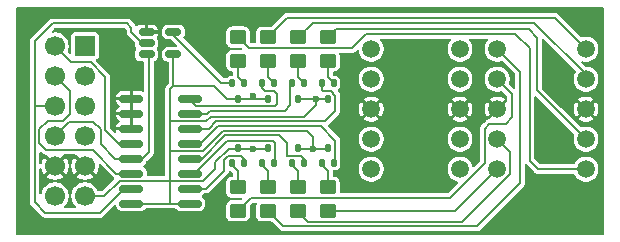
<source format=gbr>
%TF.GenerationSoftware,KiCad,Pcbnew,9.0.6-9.0.6~ubuntu24.04.1*%
%TF.CreationDate,2026-01-18T13:35:56-03:00*%
%TF.ProjectId,cotti_7seg,636f7474-695f-4377-9365-672e6b696361,0.0*%
%TF.SameCoordinates,Original*%
%TF.FileFunction,Copper,L2,Bot*%
%TF.FilePolarity,Positive*%
%FSLAX46Y46*%
G04 Gerber Fmt 4.6, Leading zero omitted, Abs format (unit mm)*
G04 Created by KiCad (PCBNEW 9.0.6-9.0.6~ubuntu24.04.1) date 2026-01-18 13:35:56*
%MOMM*%
%LPD*%
G01*
G04 APERTURE LIST*
G04 Aperture macros list*
%AMRoundRect*
0 Rectangle with rounded corners*
0 $1 Rounding radius*
0 $2 $3 $4 $5 $6 $7 $8 $9 X,Y pos of 4 corners*
0 Add a 4 corners polygon primitive as box body*
4,1,4,$2,$3,$4,$5,$6,$7,$8,$9,$2,$3,0*
0 Add four circle primitives for the rounded corners*
1,1,$1+$1,$2,$3*
1,1,$1+$1,$4,$5*
1,1,$1+$1,$6,$7*
1,1,$1+$1,$8,$9*
0 Add four rect primitives between the rounded corners*
20,1,$1+$1,$2,$3,$4,$5,0*
20,1,$1+$1,$4,$5,$6,$7,0*
20,1,$1+$1,$6,$7,$8,$9,0*
20,1,$1+$1,$8,$9,$2,$3,0*%
G04 Aperture macros list end*
%TA.AperFunction,ComponentPad*%
%ADD10C,1.508000*%
%TD*%
%TA.AperFunction,ComponentPad*%
%ADD11R,1.700000X1.700000*%
%TD*%
%TA.AperFunction,ComponentPad*%
%ADD12C,1.700000*%
%TD*%
%TA.AperFunction,SMDPad,CuDef*%
%ADD13RoundRect,0.125000X0.125000X-0.175000X0.125000X0.175000X-0.125000X0.175000X-0.125000X-0.175000X0*%
%TD*%
%TA.AperFunction,SMDPad,CuDef*%
%ADD14RoundRect,0.250000X0.450000X-0.350000X0.450000X0.350000X-0.450000X0.350000X-0.450000X-0.350000X0*%
%TD*%
%TA.AperFunction,SMDPad,CuDef*%
%ADD15RoundRect,0.150000X-0.825000X-0.150000X0.825000X-0.150000X0.825000X0.150000X-0.825000X0.150000X0*%
%TD*%
%TA.AperFunction,SMDPad,CuDef*%
%ADD16RoundRect,0.250000X-0.450000X0.350000X-0.450000X-0.350000X0.450000X-0.350000X0.450000X0.350000X0*%
%TD*%
%TA.AperFunction,SMDPad,CuDef*%
%ADD17RoundRect,0.125000X-0.125000X0.175000X-0.125000X-0.175000X0.125000X-0.175000X0.125000X0.175000X0*%
%TD*%
%TA.AperFunction,SMDPad,CuDef*%
%ADD18RoundRect,0.150000X-0.512500X-0.150000X0.512500X-0.150000X0.512500X0.150000X-0.512500X0.150000X0*%
%TD*%
%TA.AperFunction,ViaPad*%
%ADD19C,0.600000*%
%TD*%
%TA.AperFunction,Conductor*%
%ADD20C,0.200000*%
%TD*%
G04 APERTURE END LIST*
D10*
%TO.P,U2,1,G*%
%TO.N,Net-(U2-G)*%
X132180800Y-54864000D03*
%TO.P,U2,2,F*%
%TO.N,Net-(U2-F)*%
X132180800Y-57404000D03*
%TO.P,U2,3,CC*%
%TO.N,GND*%
X132180800Y-59944000D03*
%TO.P,U2,4,E*%
%TO.N,Net-(U2-E)*%
X132180800Y-62484000D03*
%TO.P,U2,5,D*%
%TO.N,Net-(U2-D)*%
X132180800Y-65024000D03*
%TO.P,U2,6,DP*%
%TO.N,Net-(U2-DP)*%
X139700800Y-65024000D03*
%TO.P,U2,7,C*%
%TO.N,Net-(U2-C)*%
X139700800Y-62484000D03*
%TO.P,U2,8,CC*%
%TO.N,GND*%
X139700800Y-59944000D03*
%TO.P,U2,9,B*%
%TO.N,Net-(U2-B)*%
X139700800Y-57404000D03*
%TO.P,U2,10,A*%
%TO.N,Net-(U2-A)*%
X139700800Y-54864000D03*
%TD*%
D11*
%TO.P,J1,1,IO1*%
%TO.N,/d00*%
X107950000Y-54610000D03*
D12*
%TO.P,J1,2,IO2/PWM*%
%TO.N,/d01*%
X107950000Y-57150000D03*
%TO.P,J1,3,IO3*%
%TO.N,/d02*%
X107950000Y-59690000D03*
%TO.P,J1,4,IO4*%
%TO.N,/d03*%
X107950000Y-62230000D03*
%TO.P,J1,5,GND*%
%TO.N,GND*%
X107950000Y-64770000D03*
%TO.P,J1,6,VCC*%
%TO.N,VCC*%
X107950000Y-67310000D03*
%TO.P,J1,7,IO5*%
%TO.N,/d10*%
X105410000Y-54610000D03*
%TO.P,J1,8,IO6/PWM*%
%TO.N,/d11*%
X105410000Y-57150000D03*
%TO.P,J1,9,IO7*%
%TO.N,/d12*%
X105410000Y-59690000D03*
%TO.P,J1,10,IO8*%
%TO.N,/d13*%
X105410000Y-62230000D03*
%TO.P,J1,11,GND*%
%TO.N,GND*%
X105410000Y-64770000D03*
%TO.P,J1,12,VCC*%
%TO.N,VCC*%
X105410000Y-67310000D03*
%TD*%
D10*
%TO.P,U5,1,G*%
%TO.N,Net-(U5-G)*%
X142848800Y-54864000D03*
%TO.P,U5,2,F*%
%TO.N,Net-(U5-F)*%
X142848800Y-57404000D03*
%TO.P,U5,3,CC*%
%TO.N,GND*%
X142848800Y-59944000D03*
%TO.P,U5,4,E*%
%TO.N,Net-(U5-E)*%
X142848800Y-62484000D03*
%TO.P,U5,5,D*%
%TO.N,Net-(U5-D)*%
X142848800Y-65024000D03*
%TO.P,U5,6,DP*%
%TO.N,Net-(U5-DP)*%
X150368800Y-65024000D03*
%TO.P,U5,7,C*%
%TO.N,Net-(U5-C)*%
X150368800Y-62484000D03*
%TO.P,U5,8,CC*%
%TO.N,GND*%
X150368800Y-59944000D03*
%TO.P,U5,9,B*%
%TO.N,Net-(U5-B)*%
X150368800Y-57404000D03*
%TO.P,U5,10,A*%
%TO.N,Net-(U5-A)*%
X150368800Y-54864000D03*
%TD*%
D13*
%TO.P,Q12,1,G*%
%TO.N,/led_driver1/nmos_array0/d_in*%
X129024000Y-64531000D03*
%TO.P,Q12,2,S*%
%TO.N,/led_driver1/nmos_array0/d_out*%
X128024000Y-64531000D03*
%TO.P,Q12,3,D*%
%TO.N,VCC*%
X128524000Y-63231000D03*
%TD*%
D14*
%TO.P,R10,1*%
%TO.N,/led_driver1/nmos_array0/b_out*%
X125984000Y-55864000D03*
%TO.P,R10,2*%
%TO.N,Net-(U5-B)*%
X125984000Y-53864000D03*
%TD*%
D15*
%TO.P,U4,1,LE*%
%TO.N,VCC*%
X111887000Y-67945000D03*
%TO.P,U4,2,D2*%
%TO.N,/d12*%
X111887000Y-66675000D03*
%TO.P,U4,3,D1*%
%TO.N,/d11*%
X111887000Y-65405000D03*
%TO.P,U4,4,D3*%
%TO.N,/d13*%
X111887000Y-64135000D03*
%TO.P,U4,5,D0*%
%TO.N,/d10*%
X111887000Y-62865000D03*
%TO.P,U4,6,PH*%
%TO.N,GND*%
X111887000Y-61595000D03*
%TO.P,U4,7,BL*%
X111887000Y-60325000D03*
%TO.P,U4,8,VSS*%
X111887000Y-59055000D03*
%TO.P,U4,9,QA*%
%TO.N,/led_driver1/nmos_array0/a_in*%
X116837000Y-59055000D03*
%TO.P,U4,10,QB*%
%TO.N,/led_driver1/nmos_array0/b_in*%
X116837000Y-60325000D03*
%TO.P,U4,11,QC*%
%TO.N,/led_driver1/nmos_array0/c_in*%
X116837000Y-61595000D03*
%TO.P,U4,12,QD*%
%TO.N,/led_driver1/nmos_array0/d_in*%
X116837000Y-62865000D03*
%TO.P,U4,13,QE*%
%TO.N,/led_driver1/nmos_array0/e_in*%
X116837000Y-64135000D03*
%TO.P,U4,14,QG*%
%TO.N,/led_driver1/nmos_array0/g_in*%
X116837000Y-65405000D03*
%TO.P,U4,15,QF*%
%TO.N,/led_driver1/nmos_array0/f_in*%
X116837000Y-66675000D03*
%TO.P,U4,16,VDD*%
%TO.N,VCC*%
X116837000Y-67945000D03*
%TD*%
D13*
%TO.P,Q13,1,G*%
%TO.N,/led_driver1/nmos_array0/f_in*%
X121404000Y-64531000D03*
%TO.P,Q13,2,S*%
%TO.N,/led_driver1/nmos_array0/f_out*%
X120404000Y-64531000D03*
%TO.P,Q13,3,D*%
%TO.N,VCC*%
X120904000Y-63231000D03*
%TD*%
%TO.P,Q14,1,G*%
%TO.N,/led_driver1/nmos_array0/g_in*%
X123944000Y-64531000D03*
%TO.P,Q14,2,S*%
%TO.N,/led_driver1/nmos_array0/g_out*%
X122944000Y-64531000D03*
%TO.P,Q14,3,D*%
%TO.N,VCC*%
X123444000Y-63231000D03*
%TD*%
D16*
%TO.P,R12,1*%
%TO.N,/led_driver1/nmos_array0/d_out*%
X128524000Y-66564000D03*
%TO.P,R12,2*%
%TO.N,Net-(U5-D)*%
X128524000Y-68564000D03*
%TD*%
D14*
%TO.P,R11,1*%
%TO.N,/led_driver1/nmos_array0/c_out*%
X128524000Y-55864000D03*
%TO.P,R11,2*%
%TO.N,Net-(U5-C)*%
X128524000Y-53864000D03*
%TD*%
D16*
%TO.P,R14,1*%
%TO.N,/led_driver1/nmos_array0/f_out*%
X120904000Y-66564000D03*
%TO.P,R14,2*%
%TO.N,Net-(U5-F)*%
X120904000Y-68564000D03*
%TD*%
D17*
%TO.P,Q11,1,G*%
%TO.N,/led_driver1/nmos_array0/c_in*%
X128024000Y-57770000D03*
%TO.P,Q11,2,S*%
%TO.N,/led_driver1/nmos_array0/c_out*%
X129024000Y-57770000D03*
%TO.P,Q11,3,D*%
%TO.N,VCC*%
X128524000Y-59070000D03*
%TD*%
D18*
%TO.P,U6,1*%
%TO.N,/d13*%
X113162500Y-55306000D03*
%TO.P,U6,2*%
%TO.N,/d12*%
X113162500Y-54356000D03*
%TO.P,U6,3,GND*%
%TO.N,GND*%
X113162500Y-53406000D03*
%TO.P,U6,4*%
%TO.N,/led_driver1/nmos_array0/dp_in*%
X115437500Y-53406000D03*
%TO.P,U6,5,VCC*%
%TO.N,VCC*%
X115437500Y-55306000D03*
%TD*%
D17*
%TO.P,Q10,1,G*%
%TO.N,/led_driver1/nmos_array0/b_in*%
X125484000Y-57770000D03*
%TO.P,Q10,2,S*%
%TO.N,/led_driver1/nmos_array0/b_out*%
X126484000Y-57770000D03*
%TO.P,Q10,3,D*%
%TO.N,VCC*%
X125984000Y-59070000D03*
%TD*%
D16*
%TO.P,R15,1*%
%TO.N,/led_driver1/nmos_array0/g_out*%
X123444000Y-66564000D03*
%TO.P,R15,2*%
%TO.N,Net-(U5-G)*%
X123444000Y-68564000D03*
%TD*%
D13*
%TO.P,Q16,1,G*%
%TO.N,/led_driver1/nmos_array0/e_in*%
X126484000Y-64531000D03*
%TO.P,Q16,2,S*%
%TO.N,/led_driver1/nmos_array0/e_out*%
X125484000Y-64531000D03*
%TO.P,Q16,3,D*%
%TO.N,VCC*%
X125984000Y-63231000D03*
%TD*%
D14*
%TO.P,R16,1*%
%TO.N,/led_driver1/nmos_array0/dp_out*%
X120904000Y-55848000D03*
%TO.P,R16,2*%
%TO.N,Net-(U5-DP)*%
X120904000Y-53848000D03*
%TD*%
D17*
%TO.P,Q15,1,G*%
%TO.N,/led_driver1/nmos_array0/dp_in*%
X120404000Y-57770000D03*
%TO.P,Q15,2,S*%
%TO.N,/led_driver1/nmos_array0/dp_out*%
X121404000Y-57770000D03*
%TO.P,Q15,3,D*%
%TO.N,VCC*%
X120904000Y-59070000D03*
%TD*%
D14*
%TO.P,R9,1*%
%TO.N,/led_driver1/nmos_array0/a_out*%
X123444000Y-55864000D03*
%TO.P,R9,2*%
%TO.N,Net-(U5-A)*%
X123444000Y-53864000D03*
%TD*%
D16*
%TO.P,R13,1*%
%TO.N,/led_driver1/nmos_array0/e_out*%
X125984000Y-66564000D03*
%TO.P,R13,2*%
%TO.N,Net-(U5-E)*%
X125984000Y-68564000D03*
%TD*%
D17*
%TO.P,Q9,1,G*%
%TO.N,/led_driver1/nmos_array0/a_in*%
X122944000Y-57770000D03*
%TO.P,Q9,2,S*%
%TO.N,/led_driver1/nmos_array0/a_out*%
X123944000Y-57770000D03*
%TO.P,Q9,3,D*%
%TO.N,VCC*%
X123444000Y-59070000D03*
%TD*%
D19*
%TO.N,GND*%
X151587200Y-61264800D03*
X138328400Y-61214000D03*
X149047200Y-58877200D03*
X103327200Y-52425600D03*
X133553200Y-58775600D03*
X141681200Y-60833000D03*
X141833600Y-58775600D03*
X114401600Y-60680600D03*
X151536400Y-58674000D03*
X113893600Y-65176400D03*
X138277600Y-58775600D03*
X114401600Y-63271400D03*
X103632000Y-69164200D03*
X109423200Y-66090800D03*
X110490000Y-69164200D03*
X106629200Y-65963800D03*
X110210600Y-53771800D03*
X133553200Y-61112400D03*
%TO.N,VCC*%
X127508000Y-59131200D03*
X127279400Y-63296800D03*
X122174000Y-63296800D03*
X122199400Y-58826400D03*
%TD*%
D20*
%TO.N,/led_driver1/nmos_array0/a_in*%
X123952000Y-58420000D02*
X124206000Y-58674000D01*
X123017300Y-57708800D02*
X122944001Y-57708800D01*
X122944000Y-58174000D02*
X123190000Y-58420000D01*
X124206000Y-58674000D02*
X124206000Y-59537600D01*
X117393500Y-59673500D02*
X116775000Y-59055000D01*
X122944000Y-57770000D02*
X122944000Y-58174000D01*
X124206000Y-59537600D02*
X124070100Y-59673500D01*
X124070100Y-59673500D02*
X117393500Y-59673500D01*
X123190000Y-58420000D02*
X123952000Y-58420000D01*
%TO.N,/led_driver1/nmos_array0/b_in*%
X118530000Y-60074500D02*
X124236200Y-60074500D01*
X124846400Y-60071000D02*
X125349000Y-59568400D01*
X124239700Y-60071000D02*
X124846400Y-60071000D01*
X125349000Y-57843801D02*
X125484001Y-57708800D01*
X118279500Y-60325000D02*
X118530000Y-60074500D01*
X124236200Y-60074500D02*
X124239700Y-60071000D01*
X116775000Y-60325000D02*
X118279500Y-60325000D01*
X125349000Y-59568400D02*
X125349000Y-57843801D01*
%TO.N,/led_driver1/nmos_array0/c_in*%
X128827000Y-58469000D02*
X128778000Y-58420000D01*
X129133600Y-60096400D02*
X129133600Y-58775600D01*
X128778000Y-58420000D02*
X128143000Y-58420000D01*
X128270000Y-60960000D02*
X129133600Y-60096400D01*
X126658100Y-60980000D02*
X126678100Y-60960000D01*
X118431900Y-61595000D02*
X119046900Y-60980000D01*
X129075000Y-58715082D02*
X128828918Y-58469000D01*
X129075000Y-58717000D02*
X129075000Y-58715082D01*
X126678100Y-60960000D02*
X128270000Y-60960000D01*
X116775000Y-61595000D02*
X118431900Y-61595000D01*
X128143000Y-58420000D02*
X128024000Y-58301000D01*
X128024000Y-58301000D02*
X128024000Y-57770000D01*
X129133600Y-58775600D02*
X129075000Y-58717000D01*
X119046900Y-60980000D02*
X126658100Y-60980000D01*
X128066800Y-57708800D02*
X128024001Y-57708800D01*
X128828918Y-58469000D02*
X128827000Y-58469000D01*
%TO.N,/led_driver1/nmos_array0/d_in*%
X126824200Y-61381000D02*
X126844200Y-61361000D01*
X126844200Y-61361000D02*
X127909000Y-61361000D01*
X127909000Y-61361000D02*
X129159000Y-62611000D01*
X117729000Y-62865000D02*
X119213000Y-61381000D01*
X129159000Y-62611000D02*
X129159000Y-64584199D01*
X129159000Y-64584199D02*
X129023999Y-64719200D01*
X119213000Y-61381000D02*
X126824200Y-61381000D01*
X116775000Y-62865000D02*
X117729000Y-62865000D01*
%TO.N,/led_driver1/nmos_array0/f_in*%
X119761000Y-65151000D02*
X119761000Y-64268082D01*
X121403999Y-64168401D02*
X121403999Y-64719200D01*
X120099082Y-63930000D02*
X121165598Y-63930000D01*
X118237000Y-66675000D02*
X119761000Y-65151000D01*
X121165598Y-63930000D02*
X121403999Y-64168401D01*
X119761000Y-64268082D02*
X120099082Y-63930000D01*
X116775000Y-66675000D02*
X118237000Y-66675000D01*
%TO.N,/led_driver1/nmos_array0/g_in*%
X118113000Y-64470500D02*
X118113000Y-64475968D01*
X123863100Y-62611000D02*
X119972500Y-62611000D01*
X116775000Y-65405000D02*
X117170200Y-65405000D01*
X118113000Y-64475968D02*
X117183968Y-65405000D01*
X123943999Y-64719200D02*
X124079000Y-64584199D01*
X124079000Y-64584199D02*
X124079000Y-62826900D01*
X124079000Y-62826900D02*
X123863100Y-62611000D01*
X119972500Y-62611000D02*
X118113000Y-64470500D01*
X117183968Y-65405000D02*
X116837000Y-65405000D01*
%TO.N,/led_driver1/nmos_array0/dp_in*%
X115437500Y-53406000D02*
X115437500Y-53664700D01*
X119481600Y-57708800D02*
X120404001Y-57708800D01*
X115437500Y-53664700D02*
X119481600Y-57708800D01*
%TO.N,/led_driver1/nmos_array0/e_in*%
X117881400Y-64135000D02*
X119833400Y-62183000D01*
X125069600Y-62839600D02*
X125069600Y-63881000D01*
X126483999Y-64152399D02*
X126483999Y-64719200D01*
X126212600Y-63881000D02*
X126483999Y-64152399D01*
X119833400Y-62183000D02*
X124413000Y-62183000D01*
X124413000Y-62183000D02*
X125069600Y-62839600D01*
X125069600Y-63881000D02*
X126212600Y-63881000D01*
X116775000Y-64135000D02*
X117881400Y-64135000D01*
X126483999Y-64719200D02*
X126492000Y-64711199D01*
%TO.N,/d13*%
X106287300Y-61361000D02*
X106637500Y-61010800D01*
X113385600Y-55529100D02*
X113385600Y-63549399D01*
X105410000Y-62230000D02*
X106279000Y-61361000D01*
X113162500Y-55306000D02*
X113385600Y-55529100D01*
X109270800Y-61670120D02*
X109270800Y-62915800D01*
X108611480Y-61010800D02*
X109270800Y-61670120D01*
X112799999Y-64135000D02*
X111825000Y-64135000D01*
X109270800Y-62915800D02*
X110490000Y-64135000D01*
X106637500Y-61010800D02*
X108611480Y-61010800D01*
X110490000Y-64135000D02*
X111825000Y-64135000D01*
X113385600Y-63549399D02*
X112799999Y-64135000D01*
X106279000Y-61361000D02*
X106287300Y-61361000D01*
%TO.N,VCC*%
X122199400Y-58826400D02*
X122199400Y-59105800D01*
X127254000Y-63296800D02*
X125984000Y-63296800D01*
X115163600Y-60934600D02*
X118237000Y-60934600D01*
X126492000Y-60579000D02*
X127508000Y-59563000D01*
X118592600Y-60579000D02*
X126492000Y-60579000D01*
X115163600Y-63474600D02*
X115172200Y-63466000D01*
X107950000Y-67310000D02*
X109573032Y-67310000D01*
X114300000Y-67945000D02*
X115163600Y-67945000D01*
X118237000Y-60934600D02*
X118592600Y-60579000D01*
X115172200Y-63466000D02*
X117983300Y-63466000D01*
X109573032Y-67310000D02*
X110877032Y-66006000D01*
X115163600Y-66040000D02*
X117983000Y-66040000D01*
X120150300Y-63296800D02*
X122174000Y-63296800D01*
X127254000Y-59131200D02*
X127508000Y-59131200D01*
X122199400Y-59105800D02*
X122174000Y-59131200D01*
X118841100Y-57982700D02*
X119989600Y-59131200D01*
X119989600Y-59131200D02*
X120904000Y-59131200D01*
X123444000Y-63296800D02*
X122174000Y-63296800D01*
X127254000Y-62280800D02*
X127254000Y-63296800D01*
X127254000Y-63296800D02*
X127279400Y-63296800D01*
X118999000Y-65024000D02*
X118999000Y-64448100D01*
X127508000Y-59563000D02*
X127508000Y-59131200D01*
X115163600Y-58256600D02*
X115437500Y-57982700D01*
X119667300Y-61782000D02*
X126755200Y-61782000D01*
X115437500Y-55306000D02*
X115437500Y-57982700D01*
X126755200Y-61782000D02*
X127254000Y-62280800D01*
X111825000Y-67945000D02*
X114300000Y-67945000D01*
X127279400Y-63296800D02*
X128524000Y-63296800D01*
X123444000Y-59131200D02*
X122174000Y-59131200D01*
X114300000Y-67945000D02*
X116775000Y-67945000D01*
X125984000Y-59131200D02*
X127254000Y-59131200D01*
X115129600Y-66006000D02*
X115163600Y-66040000D01*
X115437500Y-57982700D02*
X118841100Y-57982700D01*
X115163600Y-66040000D02*
X115163600Y-63474600D01*
X115163600Y-63474600D02*
X115163600Y-58256600D01*
X122174000Y-59131200D02*
X120904000Y-59131200D01*
X127508000Y-59131200D02*
X128524000Y-59131200D01*
X117983000Y-66040000D02*
X118999000Y-65024000D01*
X110877032Y-66006000D02*
X115129600Y-66006000D01*
X118999000Y-64448100D02*
X120150300Y-63296800D01*
X117983300Y-63466000D02*
X119667300Y-61782000D01*
X115163600Y-67945000D02*
X115163600Y-66040000D01*
%TO.N,/d12*%
X112808032Y-54356000D02*
X111887000Y-53434968D01*
X105410000Y-59690000D02*
X103682800Y-59690000D01*
X103682800Y-67818000D02*
X104597200Y-68732400D01*
X111486100Y-52679600D02*
X105206800Y-52679600D01*
X105206800Y-52679600D02*
X103682800Y-54203600D01*
X111277400Y-66675000D02*
X111825000Y-66675000D01*
X111887000Y-53080500D02*
X111486100Y-52679600D01*
X109220000Y-68732400D02*
X111277400Y-66675000D01*
X103682800Y-59690000D02*
X103682800Y-67818000D01*
X104597200Y-68732400D02*
X109220000Y-68732400D01*
X113162500Y-54356000D02*
X112808032Y-54356000D01*
X103682800Y-54203600D02*
X103682800Y-59690000D01*
X111887000Y-53434968D02*
X111887000Y-53080500D01*
%TO.N,/d10*%
X105410000Y-54610000D02*
X106799000Y-55999000D01*
X109677200Y-61722000D02*
X110820200Y-62865000D01*
X106799000Y-55999000D02*
X108426760Y-55999000D01*
X109677200Y-57249440D02*
X109677200Y-61722000D01*
X110820200Y-62865000D02*
X111825000Y-62865000D01*
X108426760Y-55999000D02*
X109677200Y-57249440D01*
%TO.N,/d11*%
X106680000Y-58420000D02*
X105410000Y-57150000D01*
X104630600Y-63381000D02*
X104089200Y-62839600D01*
X104089200Y-62839600D02*
X104089200Y-61671200D01*
X104089200Y-61671200D02*
X104800400Y-60960000D01*
X106121200Y-60960000D02*
X106680000Y-60401200D01*
X111825000Y-65405000D02*
X110617000Y-65405000D01*
X106680000Y-60401200D02*
X106680000Y-58420000D01*
X110617000Y-65405000D02*
X108593000Y-63381000D01*
X104800400Y-60960000D02*
X106121200Y-60960000D01*
X108593000Y-63381000D02*
X104630600Y-63381000D01*
%TO.N,/led_driver1/nmos_array0/a_out*%
X123444000Y-55864000D02*
X123444000Y-57208801D01*
X123444000Y-57208801D02*
X123943999Y-57708800D01*
%TO.N,Net-(U5-A)*%
X125085600Y-52222400D02*
X147726400Y-52222400D01*
X147726400Y-52222400D02*
X150368000Y-54864000D01*
X123444000Y-53864000D02*
X125085600Y-52222400D01*
%TO.N,Net-(U5-B)*%
X127219200Y-52628800D02*
X145999200Y-52628800D01*
X145999200Y-52628800D02*
X150368000Y-56997600D01*
X125984000Y-53864000D02*
X127219200Y-52628800D01*
X150368000Y-56997600D02*
X150368000Y-57404000D01*
%TO.N,/led_driver1/nmos_array0/e_out*%
X125984000Y-65219199D02*
X125484001Y-64719200D01*
X125984000Y-66564000D02*
X125984000Y-65219199D01*
%TO.N,/led_driver1/nmos_array0/b_out*%
X125984000Y-55864000D02*
X125984000Y-57208801D01*
X125984000Y-57208801D02*
X126483999Y-57708800D01*
%TO.N,Net-(U5-C)*%
X128524000Y-53864000D02*
X129200400Y-53187600D01*
X145542000Y-53187600D02*
X146253200Y-53898800D01*
X146253200Y-53898800D02*
X146253200Y-58369200D01*
X129200400Y-53187600D02*
X145542000Y-53187600D01*
X146253200Y-58369200D02*
X150368000Y-62484000D01*
%TO.N,/led_driver1/nmos_array0/f_out*%
X120904000Y-65219199D02*
X120404001Y-64719200D01*
X120904000Y-66548000D02*
X120904000Y-65219199D01*
%TO.N,Net-(U5-D)*%
X128524000Y-68564000D02*
X139308000Y-68564000D01*
X139308000Y-68564000D02*
X142848000Y-65024000D01*
%TO.N,Net-(U5-E)*%
X143903000Y-65460996D02*
X143903000Y-63539000D01*
X125984000Y-68564000D02*
X125984000Y-68580000D01*
X126873000Y-69469000D02*
X139894996Y-69469000D01*
X139894996Y-69469000D02*
X143903000Y-65460996D01*
X125984000Y-68580000D02*
X126873000Y-69469000D01*
X143903000Y-63539000D02*
X142848000Y-62484000D01*
%TO.N,/led_driver1/nmos_array0/c_out*%
X128524000Y-57208801D02*
X129023999Y-57708800D01*
X128524000Y-55864000D02*
X128524000Y-57208801D01*
%TO.N,Net-(U5-F)*%
X138822000Y-67465000D02*
X141793000Y-64494000D01*
X121987000Y-67465000D02*
X138822000Y-67465000D01*
X143560800Y-61214000D02*
X144119600Y-60655200D01*
X120904000Y-68548000D02*
X121987000Y-67465000D01*
X141793000Y-61610200D02*
X142189200Y-61214000D01*
X144119600Y-60655200D02*
X144119600Y-58675600D01*
X142189200Y-61214000D02*
X143560800Y-61214000D01*
X141793000Y-64494000D02*
X141793000Y-61610200D01*
X144119600Y-58675600D02*
X142848000Y-57404000D01*
%TO.N,/led_driver1/nmos_array0/g_out*%
X123444000Y-65219199D02*
X122944001Y-64719200D01*
X123444000Y-66564000D02*
X123444000Y-65219199D01*
%TO.N,Net-(U5-G)*%
X124755400Y-69875400D02*
X141147800Y-69875400D01*
X144780000Y-66243200D02*
X144780000Y-56796000D01*
X141147800Y-69875400D02*
X144780000Y-66243200D01*
X144780000Y-56796000D02*
X142848000Y-54864000D01*
X123444000Y-68564000D02*
X124755400Y-69875400D01*
%TO.N,/led_driver1/nmos_array0/d_out*%
X128524000Y-66564000D02*
X128524000Y-65219199D01*
X128524000Y-65219199D02*
X128024001Y-64719200D01*
%TO.N,/led_driver1/nmos_array0/dp_out*%
X120904000Y-57208801D02*
X121403999Y-57708800D01*
X120904000Y-55864000D02*
X120904000Y-57208801D01*
%TO.N,Net-(U5-DP)*%
X130589004Y-54765000D02*
X131765404Y-53588600D01*
X144368200Y-53588600D02*
X145592800Y-54813200D01*
X145592800Y-54813200D02*
X145592800Y-64312800D01*
X121805000Y-54765000D02*
X130589004Y-54765000D01*
X120904000Y-53864000D02*
X121805000Y-54765000D01*
X131765404Y-53588600D02*
X144368200Y-53588600D01*
X145592800Y-64312800D02*
X146304000Y-65024000D01*
X146304000Y-65024000D02*
X150368000Y-65024000D01*
%TD*%
%TA.AperFunction,Conductor*%
%TO.N,GND*%
G36*
X107206624Y-63800407D02*
G01*
X107242588Y-63849907D01*
X107242661Y-63850528D01*
X107718461Y-64326329D01*
X107642993Y-64369901D01*
X107549901Y-64462993D01*
X107506328Y-64538461D01*
X107037423Y-64069556D01*
X106966433Y-64167265D01*
X106966431Y-64167269D01*
X106884250Y-64328559D01*
X106828316Y-64500710D01*
X106800000Y-64679489D01*
X106800000Y-64860510D01*
X106828316Y-65039289D01*
X106884250Y-65211440D01*
X106966430Y-65372728D01*
X107037424Y-65470442D01*
X107506328Y-65001536D01*
X107549901Y-65077007D01*
X107642993Y-65170099D01*
X107718460Y-65213670D01*
X107249556Y-65682574D01*
X107249556Y-65682575D01*
X107347263Y-65753564D01*
X107347269Y-65753568D01*
X107508559Y-65835749D01*
X107680710Y-65891683D01*
X107859490Y-65920000D01*
X108040510Y-65920000D01*
X108219289Y-65891683D01*
X108391440Y-65835749D01*
X108552730Y-65753568D01*
X108552735Y-65753564D01*
X108650442Y-65682575D01*
X108650442Y-65682574D01*
X108181538Y-65213670D01*
X108257007Y-65170099D01*
X108350099Y-65077007D01*
X108393670Y-65001538D01*
X108862574Y-65470442D01*
X108862575Y-65470442D01*
X108933564Y-65372735D01*
X108933568Y-65372730D01*
X109015749Y-65211440D01*
X109071683Y-65039289D01*
X109100000Y-64860510D01*
X109100000Y-64693400D01*
X109118907Y-64635209D01*
X109168407Y-64599245D01*
X109229593Y-64599245D01*
X109269001Y-64623394D01*
X110371087Y-65725480D01*
X110371089Y-65725481D01*
X110371091Y-65725483D01*
X110398871Y-65741522D01*
X110439812Y-65786991D01*
X110446208Y-65847842D01*
X110419375Y-65897262D01*
X109436135Y-66880504D01*
X109381618Y-66908281D01*
X109366131Y-66909500D01*
X109097839Y-66909500D01*
X109039648Y-66890593D01*
X109009631Y-66855447D01*
X108933996Y-66707006D01*
X108827553Y-66560499D01*
X108699501Y-66432447D01*
X108552994Y-66326004D01*
X108552993Y-66326003D01*
X108552991Y-66326002D01*
X108391637Y-66243788D01*
X108219406Y-66187828D01*
X108040549Y-66159500D01*
X108040546Y-66159500D01*
X107859454Y-66159500D01*
X107859451Y-66159500D01*
X107680593Y-66187828D01*
X107508362Y-66243788D01*
X107347008Y-66326002D01*
X107273752Y-66379225D01*
X107200499Y-66432447D01*
X107072447Y-66560499D01*
X107064217Y-66571827D01*
X106966002Y-66707008D01*
X106883788Y-66868362D01*
X106827828Y-67040593D01*
X106799500Y-67219450D01*
X106799500Y-67400549D01*
X106827828Y-67579406D01*
X106883788Y-67751637D01*
X106956578Y-67894496D01*
X106966004Y-67912994D01*
X107072447Y-68059501D01*
X107175844Y-68162898D01*
X107203620Y-68217413D01*
X107194049Y-68277845D01*
X107150784Y-68321110D01*
X107105839Y-68331900D01*
X106254161Y-68331900D01*
X106195970Y-68312993D01*
X106160006Y-68263493D01*
X106160006Y-68202307D01*
X106184155Y-68162898D01*
X106287553Y-68059501D01*
X106393996Y-67912994D01*
X106476211Y-67751639D01*
X106532171Y-67579409D01*
X106548662Y-67475290D01*
X106560500Y-67400549D01*
X106560500Y-67219450D01*
X106539918Y-67089506D01*
X106532171Y-67040591D01*
X106476211Y-66868361D01*
X106393996Y-66707006D01*
X106287553Y-66560499D01*
X106159501Y-66432447D01*
X106012994Y-66326004D01*
X106012993Y-66326003D01*
X106012991Y-66326002D01*
X105851637Y-66243788D01*
X105679406Y-66187828D01*
X105500549Y-66159500D01*
X105500546Y-66159500D01*
X105319454Y-66159500D01*
X105319451Y-66159500D01*
X105140593Y-66187828D01*
X104968362Y-66243788D01*
X104807008Y-66326002D01*
X104733752Y-66379225D01*
X104660499Y-66432447D01*
X104532447Y-66560499D01*
X104524217Y-66571827D01*
X104426002Y-66707008D01*
X104343788Y-66868362D01*
X104287828Y-67040593D01*
X104280081Y-67089506D01*
X104252303Y-67144023D01*
X104197787Y-67171800D01*
X104137355Y-67162229D01*
X104094090Y-67118964D01*
X104083300Y-67074019D01*
X104083300Y-65002782D01*
X104102207Y-64944591D01*
X104151707Y-64908627D01*
X104212893Y-64908627D01*
X104262393Y-64944591D01*
X104280081Y-64987295D01*
X104288316Y-65039289D01*
X104344250Y-65211440D01*
X104426430Y-65372728D01*
X104497424Y-65470442D01*
X104966328Y-65001536D01*
X105009901Y-65077007D01*
X105102993Y-65170099D01*
X105178460Y-65213670D01*
X104709556Y-65682574D01*
X104709556Y-65682575D01*
X104807263Y-65753564D01*
X104807269Y-65753568D01*
X104968559Y-65835749D01*
X105140710Y-65891683D01*
X105319490Y-65920000D01*
X105500510Y-65920000D01*
X105679289Y-65891683D01*
X105851440Y-65835749D01*
X106012730Y-65753568D01*
X106012735Y-65753564D01*
X106110442Y-65682575D01*
X106110442Y-65682574D01*
X105641538Y-65213670D01*
X105717007Y-65170099D01*
X105810099Y-65077007D01*
X105853670Y-65001538D01*
X106322574Y-65470442D01*
X106322575Y-65470442D01*
X106393564Y-65372735D01*
X106393568Y-65372730D01*
X106475749Y-65211440D01*
X106531683Y-65039289D01*
X106560000Y-64860510D01*
X106560000Y-64679489D01*
X106531683Y-64500710D01*
X106475749Y-64328559D01*
X106393568Y-64167269D01*
X106393564Y-64167263D01*
X106322575Y-64069556D01*
X106322574Y-64069556D01*
X105853670Y-64538460D01*
X105810099Y-64462993D01*
X105717007Y-64369901D01*
X105641536Y-64326328D01*
X106123383Y-63844482D01*
X106127156Y-63828771D01*
X106173683Y-63789035D01*
X106211566Y-63781500D01*
X107148433Y-63781500D01*
X107206624Y-63800407D01*
G37*
%TD.AperFunction*%
%TA.AperFunction,Conductor*%
G36*
X138903596Y-54008007D02*
G01*
X138939560Y-54057507D01*
X138939560Y-54118693D01*
X138915409Y-54158104D01*
X138881716Y-54191796D01*
X138766312Y-54364508D01*
X138766312Y-54364509D01*
X138686824Y-54556412D01*
X138686824Y-54556414D01*
X138646300Y-54760138D01*
X138646300Y-54967861D01*
X138662965Y-55051639D01*
X138686823Y-55171583D01*
X138686824Y-55171585D01*
X138686824Y-55171587D01*
X138766312Y-55363490D01*
X138766312Y-55363491D01*
X138881716Y-55536203D01*
X138881717Y-55536204D01*
X139028596Y-55683083D01*
X139201307Y-55798486D01*
X139393214Y-55877976D01*
X139596941Y-55918500D01*
X139596942Y-55918500D01*
X139804658Y-55918500D01*
X139804659Y-55918500D01*
X140008386Y-55877976D01*
X140200293Y-55798486D01*
X140373004Y-55683083D01*
X140519883Y-55536204D01*
X140635286Y-55363493D01*
X140714776Y-55171586D01*
X140755300Y-54967859D01*
X140755300Y-54760141D01*
X140714776Y-54556414D01*
X140635287Y-54364509D01*
X140635287Y-54364508D01*
X140519883Y-54191796D01*
X140486191Y-54158104D01*
X140458414Y-54103587D01*
X140467985Y-54043155D01*
X140511250Y-53999890D01*
X140556195Y-53989100D01*
X141993405Y-53989100D01*
X142051596Y-54008007D01*
X142087560Y-54057507D01*
X142087560Y-54118693D01*
X142063409Y-54158104D01*
X142029716Y-54191796D01*
X141914312Y-54364508D01*
X141914312Y-54364509D01*
X141834824Y-54556412D01*
X141834824Y-54556414D01*
X141794300Y-54760138D01*
X141794300Y-54967861D01*
X141810965Y-55051639D01*
X141834823Y-55171583D01*
X141834824Y-55171585D01*
X141834824Y-55171587D01*
X141914312Y-55363490D01*
X141914312Y-55363491D01*
X142029716Y-55536203D01*
X142029717Y-55536204D01*
X142176596Y-55683083D01*
X142349307Y-55798486D01*
X142541214Y-55877976D01*
X142744941Y-55918500D01*
X142744942Y-55918500D01*
X142952658Y-55918500D01*
X142952659Y-55918500D01*
X143156386Y-55877976D01*
X143193697Y-55862520D01*
X143254693Y-55857719D01*
X143301587Y-55883980D01*
X144350504Y-56932896D01*
X144378281Y-56987413D01*
X144379500Y-57002900D01*
X144379500Y-58130099D01*
X144360593Y-58188290D01*
X144311093Y-58224254D01*
X144249907Y-58224254D01*
X144210496Y-58200103D01*
X143868312Y-57857919D01*
X143840535Y-57803402D01*
X143846852Y-57750029D01*
X143862776Y-57711586D01*
X143903300Y-57507859D01*
X143903300Y-57300141D01*
X143862776Y-57096414D01*
X143783287Y-56904509D01*
X143783287Y-56904508D01*
X143667883Y-56731796D01*
X143521003Y-56584916D01*
X143348290Y-56469512D01*
X143156386Y-56390024D01*
X142952661Y-56349500D01*
X142952659Y-56349500D01*
X142744941Y-56349500D01*
X142744938Y-56349500D01*
X142541214Y-56390024D01*
X142541212Y-56390024D01*
X142349309Y-56469512D01*
X142349308Y-56469512D01*
X142176596Y-56584916D01*
X142029716Y-56731796D01*
X141914312Y-56904508D01*
X141914312Y-56904509D01*
X141834824Y-57096412D01*
X141834824Y-57096414D01*
X141794300Y-57300138D01*
X141794300Y-57507861D01*
X141810965Y-57591639D01*
X141834823Y-57711583D01*
X141834824Y-57711585D01*
X141834824Y-57711587D01*
X141914312Y-57903490D01*
X141914312Y-57903491D01*
X142029716Y-58076203D01*
X142029717Y-58076204D01*
X142176596Y-58223083D01*
X142349307Y-58338486D01*
X142541214Y-58417976D01*
X142744941Y-58458500D01*
X142744942Y-58458500D01*
X142952658Y-58458500D01*
X142952659Y-58458500D01*
X143156386Y-58417976D01*
X143193697Y-58402520D01*
X143254693Y-58397719D01*
X143301587Y-58423980D01*
X143690104Y-58812497D01*
X143717881Y-58867014D01*
X143719100Y-58882501D01*
X143719100Y-59244824D01*
X143700193Y-59303015D01*
X143690104Y-59314828D01*
X143292470Y-59712461D01*
X143248899Y-59636993D01*
X143155807Y-59543901D01*
X143080336Y-59500328D01*
X143481526Y-59099139D01*
X143348054Y-59009956D01*
X143156239Y-58930503D01*
X142952612Y-58890000D01*
X142744987Y-58890000D01*
X142541360Y-58930503D01*
X142349545Y-59009956D01*
X142349536Y-59009960D01*
X142216072Y-59099139D01*
X142617261Y-59500328D01*
X142541793Y-59543901D01*
X142448701Y-59636993D01*
X142405128Y-59712461D01*
X142003939Y-59311272D01*
X141914760Y-59444736D01*
X141914756Y-59444745D01*
X141835303Y-59636560D01*
X141794800Y-59840187D01*
X141794800Y-60047812D01*
X141835303Y-60251439D01*
X141914756Y-60443254D01*
X142003939Y-60576726D01*
X142405128Y-60175536D01*
X142448701Y-60251007D01*
X142541793Y-60344099D01*
X142617261Y-60387670D01*
X142220427Y-60784504D01*
X142165910Y-60812281D01*
X142150423Y-60813500D01*
X142136473Y-60813500D01*
X142085543Y-60827146D01*
X142034611Y-60840793D01*
X142007905Y-60856213D01*
X142007904Y-60856212D01*
X141943288Y-60893519D01*
X141472516Y-61364291D01*
X141419795Y-61455606D01*
X141419793Y-61455610D01*
X141419793Y-61455612D01*
X141403448Y-61516613D01*
X141403448Y-61516614D01*
X141403447Y-61516613D01*
X141392500Y-61557470D01*
X141392500Y-64287099D01*
X141373593Y-64345290D01*
X141363503Y-64357103D01*
X140893760Y-64826845D01*
X140839244Y-64854622D01*
X140778812Y-64845051D01*
X140735547Y-64801786D01*
X140726659Y-64776155D01*
X140725435Y-64770000D01*
X140714776Y-64716414D01*
X140646966Y-64552704D01*
X140635287Y-64524509D01*
X140635287Y-64524508D01*
X140519883Y-64351796D01*
X140373003Y-64204916D01*
X140200290Y-64089512D01*
X140008386Y-64010024D01*
X139804661Y-63969500D01*
X139804659Y-63969500D01*
X139596941Y-63969500D01*
X139596938Y-63969500D01*
X139393214Y-64010024D01*
X139393212Y-64010024D01*
X139201309Y-64089512D01*
X139201308Y-64089512D01*
X139028596Y-64204916D01*
X138881716Y-64351796D01*
X138766312Y-64524508D01*
X138766312Y-64524509D01*
X138686824Y-64716412D01*
X138686824Y-64716414D01*
X138646300Y-64920138D01*
X138646300Y-65127861D01*
X138666717Y-65230500D01*
X138681652Y-65305587D01*
X138686824Y-65331585D01*
X138686824Y-65331587D01*
X138766312Y-65523490D01*
X138766312Y-65523491D01*
X138879997Y-65693630D01*
X138881717Y-65696204D01*
X139028596Y-65843083D01*
X139201307Y-65958486D01*
X139393214Y-66037976D01*
X139452955Y-66049859D01*
X139506339Y-66079756D01*
X139531955Y-66135321D01*
X139520018Y-66195330D01*
X139503645Y-66216961D01*
X138685103Y-67035504D01*
X138630586Y-67063281D01*
X138615099Y-67064500D01*
X129623175Y-67064500D01*
X129564984Y-67045593D01*
X129529020Y-66996093D01*
X129524351Y-66959595D01*
X129524500Y-66957101D01*
X129524500Y-66170899D01*
X129524499Y-66170893D01*
X129523131Y-66159500D01*
X129513877Y-66082436D01*
X129486119Y-66012047D01*
X129458362Y-65941660D01*
X129458361Y-65941659D01*
X129458361Y-65941658D01*
X129366922Y-65821078D01*
X129246342Y-65729639D01*
X129246341Y-65729638D01*
X129246339Y-65729637D01*
X129105565Y-65674123D01*
X129014164Y-65663147D01*
X129014273Y-65662231D01*
X128960619Y-65641171D01*
X128927683Y-65589607D01*
X128924500Y-65564705D01*
X128924500Y-65230500D01*
X128943407Y-65172309D01*
X128992907Y-65136345D01*
X129023500Y-65131500D01*
X129182490Y-65131500D01*
X129205464Y-65127861D01*
X129282126Y-65115719D01*
X129402220Y-65054528D01*
X129497528Y-64959220D01*
X129517441Y-64920138D01*
X131126300Y-64920138D01*
X131126300Y-65127861D01*
X131146717Y-65230500D01*
X131161652Y-65305587D01*
X131166824Y-65331585D01*
X131166824Y-65331587D01*
X131246312Y-65523490D01*
X131246312Y-65523491D01*
X131359997Y-65693630D01*
X131361717Y-65696204D01*
X131508596Y-65843083D01*
X131681307Y-65958486D01*
X131873214Y-66037976D01*
X132076941Y-66078500D01*
X132076942Y-66078500D01*
X132284658Y-66078500D01*
X132284659Y-66078500D01*
X132488386Y-66037976D01*
X132680293Y-65958486D01*
X132853004Y-65843083D01*
X132999883Y-65696204D01*
X133115286Y-65523493D01*
X133194776Y-65331586D01*
X133235300Y-65127859D01*
X133235300Y-64920141D01*
X133194776Y-64716414D01*
X133126966Y-64552704D01*
X133115287Y-64524509D01*
X133115287Y-64524508D01*
X132999883Y-64351796D01*
X132853003Y-64204916D01*
X132680290Y-64089512D01*
X132488386Y-64010024D01*
X132284661Y-63969500D01*
X132284659Y-63969500D01*
X132076941Y-63969500D01*
X132076938Y-63969500D01*
X131873214Y-64010024D01*
X131873212Y-64010024D01*
X131681309Y-64089512D01*
X131681308Y-64089512D01*
X131508596Y-64204916D01*
X131361716Y-64351796D01*
X131246312Y-64524508D01*
X131246312Y-64524509D01*
X131166824Y-64716412D01*
X131166824Y-64716414D01*
X131126300Y-64920138D01*
X129517441Y-64920138D01*
X129558719Y-64839126D01*
X129574500Y-64739488D01*
X129574500Y-64322512D01*
X129573821Y-64318228D01*
X129560719Y-64235501D01*
X129559500Y-64220014D01*
X129559500Y-62558274D01*
X129559500Y-62558273D01*
X129545606Y-62506420D01*
X129532207Y-62456412D01*
X129509854Y-62417695D01*
X129488170Y-62380138D01*
X131126300Y-62380138D01*
X131126300Y-62587861D01*
X131150092Y-62707470D01*
X131166823Y-62791583D01*
X131166824Y-62791585D01*
X131166824Y-62791587D01*
X131246312Y-62983490D01*
X131246312Y-62983491D01*
X131361716Y-63156203D01*
X131361717Y-63156204D01*
X131508596Y-63303083D01*
X131681307Y-63418486D01*
X131873214Y-63497976D01*
X132076941Y-63538500D01*
X132076942Y-63538500D01*
X132284658Y-63538500D01*
X132284659Y-63538500D01*
X132488386Y-63497976D01*
X132680293Y-63418486D01*
X132853004Y-63303083D01*
X132999883Y-63156204D01*
X133115286Y-62983493D01*
X133194776Y-62791586D01*
X133235300Y-62587859D01*
X133235300Y-62380141D01*
X133235299Y-62380138D01*
X138646300Y-62380138D01*
X138646300Y-62587861D01*
X138670092Y-62707470D01*
X138686823Y-62791583D01*
X138686824Y-62791585D01*
X138686824Y-62791587D01*
X138766312Y-62983490D01*
X138766312Y-62983491D01*
X138881716Y-63156203D01*
X138881717Y-63156204D01*
X139028596Y-63303083D01*
X139201307Y-63418486D01*
X139393214Y-63497976D01*
X139596941Y-63538500D01*
X139596942Y-63538500D01*
X139804658Y-63538500D01*
X139804659Y-63538500D01*
X140008386Y-63497976D01*
X140200293Y-63418486D01*
X140373004Y-63303083D01*
X140519883Y-63156204D01*
X140635286Y-62983493D01*
X140714776Y-62791586D01*
X140755300Y-62587859D01*
X140755300Y-62380141D01*
X140714776Y-62176414D01*
X140635287Y-61984509D01*
X140635287Y-61984508D01*
X140519883Y-61811796D01*
X140373003Y-61664916D01*
X140200290Y-61549512D01*
X140008386Y-61470024D01*
X139804661Y-61429500D01*
X139804659Y-61429500D01*
X139596941Y-61429500D01*
X139596938Y-61429500D01*
X139393214Y-61470024D01*
X139393212Y-61470024D01*
X139201309Y-61549512D01*
X139201308Y-61549512D01*
X139028596Y-61664916D01*
X138881716Y-61811796D01*
X138766312Y-61984508D01*
X138766312Y-61984509D01*
X138686824Y-62176412D01*
X138686824Y-62176414D01*
X138646300Y-62380138D01*
X133235299Y-62380138D01*
X133194776Y-62176414D01*
X133115287Y-61984509D01*
X133115287Y-61984508D01*
X132999883Y-61811796D01*
X132853003Y-61664916D01*
X132680290Y-61549512D01*
X132488386Y-61470024D01*
X132284661Y-61429500D01*
X132284659Y-61429500D01*
X132076941Y-61429500D01*
X132076938Y-61429500D01*
X131873214Y-61470024D01*
X131873212Y-61470024D01*
X131681309Y-61549512D01*
X131681308Y-61549512D01*
X131508596Y-61664916D01*
X131361716Y-61811796D01*
X131246312Y-61984508D01*
X131246312Y-61984509D01*
X131166824Y-62176412D01*
X131166824Y-62176414D01*
X131126300Y-62380138D01*
X129488170Y-62380138D01*
X129479483Y-62365091D01*
X129479482Y-62365090D01*
X129479481Y-62365089D01*
X129479480Y-62365087D01*
X128525396Y-61411003D01*
X128497619Y-61356486D01*
X128507190Y-61296054D01*
X128525390Y-61271002D01*
X129454080Y-60342313D01*
X129482555Y-60292994D01*
X129506805Y-60250992D01*
X129506805Y-60250990D01*
X129506807Y-60250988D01*
X129534100Y-60149127D01*
X129534100Y-60043673D01*
X129534100Y-59840187D01*
X131126800Y-59840187D01*
X131126800Y-60047812D01*
X131167303Y-60251439D01*
X131246756Y-60443254D01*
X131335939Y-60576726D01*
X131737128Y-60175536D01*
X131780701Y-60251007D01*
X131873793Y-60344099D01*
X131949260Y-60387670D01*
X131548071Y-60788858D01*
X131681544Y-60878043D01*
X131873360Y-60957496D01*
X132076987Y-60997999D01*
X132076991Y-60998000D01*
X132284609Y-60998000D01*
X132284612Y-60997999D01*
X132488239Y-60957496D01*
X132680055Y-60878043D01*
X132813526Y-60788858D01*
X132412338Y-60387670D01*
X132487807Y-60344099D01*
X132580899Y-60251007D01*
X132624470Y-60175538D01*
X133025658Y-60576726D01*
X133114843Y-60443255D01*
X133194296Y-60251439D01*
X133234799Y-60047812D01*
X133234800Y-60047809D01*
X133234800Y-59840190D01*
X133234799Y-59840187D01*
X138646800Y-59840187D01*
X138646800Y-60047812D01*
X138687303Y-60251439D01*
X138766756Y-60443254D01*
X138855939Y-60576726D01*
X139257128Y-60175536D01*
X139300701Y-60251007D01*
X139393793Y-60344099D01*
X139469260Y-60387670D01*
X139068071Y-60788858D01*
X139201544Y-60878043D01*
X139393360Y-60957496D01*
X139596987Y-60997999D01*
X139596991Y-60998000D01*
X139804609Y-60998000D01*
X139804612Y-60997999D01*
X140008239Y-60957496D01*
X140200055Y-60878043D01*
X140333526Y-60788858D01*
X139932338Y-60387670D01*
X140007807Y-60344099D01*
X140100899Y-60251007D01*
X140144470Y-60175538D01*
X140545658Y-60576726D01*
X140634843Y-60443255D01*
X140714296Y-60251439D01*
X140754799Y-60047812D01*
X140754800Y-60047809D01*
X140754800Y-59840190D01*
X140754799Y-59840187D01*
X140714296Y-59636560D01*
X140634843Y-59444744D01*
X140545658Y-59311271D01*
X140144470Y-59712460D01*
X140100899Y-59636993D01*
X140007807Y-59543901D01*
X139932336Y-59500328D01*
X140333526Y-59099139D01*
X140200054Y-59009956D01*
X140008239Y-58930503D01*
X139804612Y-58890000D01*
X139596987Y-58890000D01*
X139393360Y-58930503D01*
X139201545Y-59009956D01*
X139201536Y-59009960D01*
X139068072Y-59099139D01*
X139469261Y-59500328D01*
X139393793Y-59543901D01*
X139300701Y-59636993D01*
X139257128Y-59712461D01*
X138855939Y-59311272D01*
X138766760Y-59444736D01*
X138766756Y-59444745D01*
X138687303Y-59636560D01*
X138646800Y-59840187D01*
X133234799Y-59840187D01*
X133194296Y-59636560D01*
X133114843Y-59444744D01*
X133025658Y-59311271D01*
X132624470Y-59712460D01*
X132580899Y-59636993D01*
X132487807Y-59543901D01*
X132412336Y-59500328D01*
X132813526Y-59099139D01*
X132680054Y-59009956D01*
X132488239Y-58930503D01*
X132284612Y-58890000D01*
X132076987Y-58890000D01*
X131873360Y-58930503D01*
X131681545Y-59009956D01*
X131681536Y-59009960D01*
X131548072Y-59099139D01*
X131949261Y-59500328D01*
X131873793Y-59543901D01*
X131780701Y-59636993D01*
X131737128Y-59712461D01*
X131335939Y-59311272D01*
X131246760Y-59444736D01*
X131246756Y-59444745D01*
X131167303Y-59636560D01*
X131126800Y-59840187D01*
X129534100Y-59840187D01*
X129534100Y-58722873D01*
X129521459Y-58675693D01*
X129518838Y-58665910D01*
X129518838Y-58665909D01*
X129506807Y-58621012D01*
X129506805Y-58621008D01*
X129454083Y-58529691D01*
X129454079Y-58529685D01*
X129406389Y-58481995D01*
X129404160Y-58479693D01*
X129397378Y-58472457D01*
X129395480Y-58469169D01*
X129376611Y-58450300D01*
X129375521Y-58449137D01*
X129363171Y-58422827D01*
X129349973Y-58396923D01*
X129350235Y-58395267D01*
X129349523Y-58393750D01*
X129354996Y-58365202D01*
X129359544Y-58336491D01*
X129360729Y-58335305D01*
X129361045Y-58333659D01*
X129382251Y-58313783D01*
X129396764Y-58299270D01*
X129395918Y-58298106D01*
X129402214Y-58293530D01*
X129402220Y-58293528D01*
X129497528Y-58198220D01*
X129558719Y-58078126D01*
X129574500Y-57978488D01*
X129574500Y-57561512D01*
X129558719Y-57461874D01*
X129497528Y-57341780D01*
X129455886Y-57300138D01*
X131126300Y-57300138D01*
X131126300Y-57507861D01*
X131142965Y-57591639D01*
X131166823Y-57711583D01*
X131166824Y-57711585D01*
X131166824Y-57711587D01*
X131246312Y-57903490D01*
X131246312Y-57903491D01*
X131361716Y-58076203D01*
X131361717Y-58076204D01*
X131508596Y-58223083D01*
X131681307Y-58338486D01*
X131873214Y-58417976D01*
X132076941Y-58458500D01*
X132076942Y-58458500D01*
X132284658Y-58458500D01*
X132284659Y-58458500D01*
X132488386Y-58417976D01*
X132680293Y-58338486D01*
X132853004Y-58223083D01*
X132999883Y-58076204D01*
X133115286Y-57903493D01*
X133194776Y-57711586D01*
X133235300Y-57507859D01*
X133235300Y-57300141D01*
X133235299Y-57300138D01*
X138646300Y-57300138D01*
X138646300Y-57507861D01*
X138662965Y-57591639D01*
X138686823Y-57711583D01*
X138686824Y-57711585D01*
X138686824Y-57711587D01*
X138766312Y-57903490D01*
X138766312Y-57903491D01*
X138881716Y-58076203D01*
X138881717Y-58076204D01*
X139028596Y-58223083D01*
X139201307Y-58338486D01*
X139393214Y-58417976D01*
X139596941Y-58458500D01*
X139596942Y-58458500D01*
X139804658Y-58458500D01*
X139804659Y-58458500D01*
X140008386Y-58417976D01*
X140200293Y-58338486D01*
X140373004Y-58223083D01*
X140519883Y-58076204D01*
X140635286Y-57903493D01*
X140714776Y-57711586D01*
X140755300Y-57507859D01*
X140755300Y-57300141D01*
X140714776Y-57096414D01*
X140635287Y-56904509D01*
X140635287Y-56904508D01*
X140519883Y-56731796D01*
X140373003Y-56584916D01*
X140200290Y-56469512D01*
X140008386Y-56390024D01*
X139804661Y-56349500D01*
X139804659Y-56349500D01*
X139596941Y-56349500D01*
X139596938Y-56349500D01*
X139393214Y-56390024D01*
X139393212Y-56390024D01*
X139201309Y-56469512D01*
X139201308Y-56469512D01*
X139028596Y-56584916D01*
X138881716Y-56731796D01*
X138766312Y-56904508D01*
X138766312Y-56904509D01*
X138686824Y-57096412D01*
X138686824Y-57096414D01*
X138646300Y-57300138D01*
X133235299Y-57300138D01*
X133194776Y-57096414D01*
X133115287Y-56904509D01*
X133115287Y-56904508D01*
X132999883Y-56731796D01*
X132853003Y-56584916D01*
X132680290Y-56469512D01*
X132488386Y-56390024D01*
X132284661Y-56349500D01*
X132284659Y-56349500D01*
X132076941Y-56349500D01*
X132076938Y-56349500D01*
X131873214Y-56390024D01*
X131873212Y-56390024D01*
X131681309Y-56469512D01*
X131681308Y-56469512D01*
X131508596Y-56584916D01*
X131361716Y-56731796D01*
X131246312Y-56904508D01*
X131246312Y-56904509D01*
X131166824Y-57096412D01*
X131166824Y-57096414D01*
X131126300Y-57300138D01*
X129455886Y-57300138D01*
X129402220Y-57246472D01*
X129402217Y-57246470D01*
X129282132Y-57185283D01*
X129282127Y-57185281D01*
X129282126Y-57185281D01*
X129248913Y-57180020D01*
X129182490Y-57169500D01*
X129182488Y-57169500D01*
X129092100Y-57169500D01*
X129084502Y-57167031D01*
X129076613Y-57168281D01*
X129055957Y-57157756D01*
X129033909Y-57150593D01*
X129022096Y-57140504D01*
X128953496Y-57071904D01*
X128925719Y-57017387D01*
X128924500Y-57001900D01*
X128924500Y-56863294D01*
X128943407Y-56805103D01*
X128992907Y-56769139D01*
X129014195Y-56765115D01*
X129014164Y-56764853D01*
X129030319Y-56762912D01*
X129105564Y-56753877D01*
X129246342Y-56698361D01*
X129366922Y-56606922D01*
X129458361Y-56486342D01*
X129513877Y-56345564D01*
X129524500Y-56257102D01*
X129524500Y-55470898D01*
X129513877Y-55382436D01*
X129481690Y-55300818D01*
X129477932Y-55239750D01*
X129510787Y-55188134D01*
X129567706Y-55165687D01*
X129573788Y-55165500D01*
X130641729Y-55165500D01*
X130641731Y-55165500D01*
X130743592Y-55138207D01*
X130743594Y-55138205D01*
X130743596Y-55138205D01*
X130834912Y-55085483D01*
X130834912Y-55085482D01*
X130834917Y-55085480D01*
X130966504Y-54953892D01*
X131021019Y-54926116D01*
X131081451Y-54935687D01*
X131124715Y-54978952D01*
X131133604Y-55004582D01*
X131166824Y-55171587D01*
X131246312Y-55363490D01*
X131246312Y-55363491D01*
X131361716Y-55536203D01*
X131361717Y-55536204D01*
X131508596Y-55683083D01*
X131681307Y-55798486D01*
X131873214Y-55877976D01*
X132076941Y-55918500D01*
X132076942Y-55918500D01*
X132284658Y-55918500D01*
X132284659Y-55918500D01*
X132488386Y-55877976D01*
X132680293Y-55798486D01*
X132853004Y-55683083D01*
X132999883Y-55536204D01*
X133115286Y-55363493D01*
X133194776Y-55171586D01*
X133235300Y-54967859D01*
X133235300Y-54760141D01*
X133194776Y-54556414D01*
X133115287Y-54364509D01*
X133115287Y-54364508D01*
X132999883Y-54191796D01*
X132966191Y-54158104D01*
X132938414Y-54103587D01*
X132947985Y-54043155D01*
X132991250Y-53999890D01*
X133036195Y-53989100D01*
X138845405Y-53989100D01*
X138903596Y-54008007D01*
G37*
%TD.AperFunction*%
%TA.AperFunction,Conductor*%
G36*
X104252301Y-63569094D02*
G01*
X104384687Y-63701480D01*
X104384689Y-63701481D01*
X104384691Y-63701483D01*
X104476008Y-63754205D01*
X104476006Y-63754205D01*
X104476010Y-63754206D01*
X104476012Y-63754207D01*
X104577873Y-63781500D01*
X104608433Y-63781500D01*
X104666624Y-63800407D01*
X104702588Y-63849907D01*
X104702661Y-63850528D01*
X105178461Y-64326328D01*
X105102993Y-64369901D01*
X105009901Y-64462993D01*
X104966328Y-64538461D01*
X104497423Y-64069556D01*
X104426433Y-64167265D01*
X104426431Y-64167269D01*
X104344250Y-64328559D01*
X104288316Y-64500710D01*
X104280081Y-64552704D01*
X104252303Y-64607221D01*
X104197787Y-64634998D01*
X104137355Y-64625427D01*
X104094090Y-64582162D01*
X104083300Y-64537217D01*
X104083300Y-63639100D01*
X104102207Y-63580909D01*
X104151707Y-63544945D01*
X104212893Y-63544945D01*
X104252301Y-63569094D01*
G37*
%TD.AperFunction*%
%TA.AperFunction,Conductor*%
G36*
X111337390Y-53099007D02*
G01*
X111349203Y-53109096D01*
X111457504Y-53217397D01*
X111485281Y-53271914D01*
X111486500Y-53287401D01*
X111486500Y-53382241D01*
X111486500Y-53487695D01*
X111499736Y-53537093D01*
X111513794Y-53589560D01*
X111566516Y-53680876D01*
X111566518Y-53680878D01*
X111566520Y-53680881D01*
X112170505Y-54284866D01*
X112198281Y-54339381D01*
X112199500Y-54354868D01*
X112199500Y-54560274D01*
X112202353Y-54590694D01*
X112202355Y-54590703D01*
X112247206Y-54718881D01*
X112286566Y-54772212D01*
X112305907Y-54830260D01*
X112287435Y-54888591D01*
X112286566Y-54889788D01*
X112247206Y-54943118D01*
X112202355Y-55071296D01*
X112202353Y-55071305D01*
X112199500Y-55101725D01*
X112199500Y-55510274D01*
X112202353Y-55540694D01*
X112202355Y-55540703D01*
X112247207Y-55668883D01*
X112327845Y-55778144D01*
X112327847Y-55778146D01*
X112327850Y-55778150D01*
X112327853Y-55778152D01*
X112327855Y-55778154D01*
X112437116Y-55858792D01*
X112437117Y-55858792D01*
X112437118Y-55858793D01*
X112565301Y-55903646D01*
X112595725Y-55906499D01*
X112595727Y-55906500D01*
X112595734Y-55906500D01*
X112886100Y-55906500D01*
X112944291Y-55925407D01*
X112980255Y-55974907D01*
X112985100Y-56005500D01*
X112985100Y-58384280D01*
X112966193Y-58442471D01*
X112916693Y-58478435D01*
X112855507Y-58478435D01*
X112853404Y-58477725D01*
X112796602Y-58457850D01*
X112766211Y-58455000D01*
X112037001Y-58455000D01*
X112037000Y-58455001D01*
X112037000Y-61496000D01*
X112018093Y-61554191D01*
X111968593Y-61590155D01*
X111938000Y-61595000D01*
X111887001Y-61595000D01*
X111887000Y-61595001D01*
X111887000Y-61646000D01*
X111868093Y-61704191D01*
X111818593Y-61740155D01*
X111788000Y-61745000D01*
X110612002Y-61745000D01*
X110612001Y-61745001D01*
X110612001Y-61799203D01*
X110614850Y-61829600D01*
X110616136Y-61835486D01*
X110613742Y-61836008D01*
X110614871Y-61886961D01*
X110580013Y-61937245D01*
X110522255Y-61957437D01*
X110463660Y-61939823D01*
X110450058Y-61928465D01*
X110106696Y-61585103D01*
X110103069Y-61577985D01*
X110096607Y-61573290D01*
X110089443Y-61551241D01*
X110078919Y-61530586D01*
X110077700Y-61515099D01*
X110077700Y-61390788D01*
X110612000Y-61390788D01*
X110612000Y-61444999D01*
X110612001Y-61445000D01*
X111736999Y-61445000D01*
X111737000Y-61444999D01*
X111737000Y-60475001D01*
X111736999Y-60475000D01*
X110612002Y-60475000D01*
X110612001Y-60475001D01*
X110612001Y-60529203D01*
X110614850Y-60559600D01*
X110614850Y-60559602D01*
X110659654Y-60687647D01*
X110740207Y-60796790D01*
X110740209Y-60796792D01*
X110853417Y-60880345D01*
X110889009Y-60930113D01*
X110888551Y-60991297D01*
X110853417Y-61039655D01*
X110740209Y-61123207D01*
X110740207Y-61123209D01*
X110659654Y-61232352D01*
X110614850Y-61360398D01*
X110612000Y-61390788D01*
X110077700Y-61390788D01*
X110077700Y-60120788D01*
X110612000Y-60120788D01*
X110612000Y-60174999D01*
X110612001Y-60175000D01*
X111736999Y-60175000D01*
X111737000Y-60174999D01*
X111737000Y-59205001D01*
X111736999Y-59205000D01*
X110612002Y-59205000D01*
X110612001Y-59205001D01*
X110612001Y-59259203D01*
X110614850Y-59289600D01*
X110614850Y-59289602D01*
X110659654Y-59417647D01*
X110740207Y-59526790D01*
X110740209Y-59526792D01*
X110853417Y-59610345D01*
X110889009Y-59660113D01*
X110888551Y-59721297D01*
X110853417Y-59769655D01*
X110740209Y-59853207D01*
X110740207Y-59853209D01*
X110659654Y-59962352D01*
X110614850Y-60090398D01*
X110612000Y-60120788D01*
X110077700Y-60120788D01*
X110077700Y-58850788D01*
X110612000Y-58850788D01*
X110612000Y-58904999D01*
X110612001Y-58905000D01*
X111736999Y-58905000D01*
X111737000Y-58904999D01*
X111737000Y-58455001D01*
X111736999Y-58455000D01*
X111007796Y-58455000D01*
X110977399Y-58457850D01*
X110977397Y-58457850D01*
X110849352Y-58502654D01*
X110740209Y-58583207D01*
X110740207Y-58583209D01*
X110659654Y-58692352D01*
X110614850Y-58820398D01*
X110612000Y-58850788D01*
X110077700Y-58850788D01*
X110077700Y-57196714D01*
X110077700Y-57196713D01*
X110056202Y-57116480D01*
X110056202Y-57116479D01*
X110056202Y-57116478D01*
X110054080Y-57108561D01*
X110050407Y-57094852D01*
X110037158Y-57071904D01*
X109997683Y-57003531D01*
X109997682Y-57003530D01*
X109997681Y-57003529D01*
X109997680Y-57003527D01*
X108890151Y-55895998D01*
X108862374Y-55841481D01*
X108871945Y-55781049D01*
X108915210Y-55737784D01*
X108920145Y-55735439D01*
X108972765Y-55712206D01*
X109052206Y-55632765D01*
X109097585Y-55529991D01*
X109100500Y-55504865D01*
X109100499Y-53715136D01*
X109097585Y-53690009D01*
X109052206Y-53587235D01*
X108972765Y-53507794D01*
X108869991Y-53462415D01*
X108869990Y-53462414D01*
X108869988Y-53462414D01*
X108844868Y-53459500D01*
X107055139Y-53459500D01*
X107055136Y-53459501D01*
X107030009Y-53462414D01*
X106927235Y-53507794D01*
X106847794Y-53587235D01*
X106802414Y-53690011D01*
X106799500Y-53715130D01*
X106799500Y-55194100D01*
X106780593Y-55252291D01*
X106731093Y-55288255D01*
X106669907Y-55288255D01*
X106630496Y-55264104D01*
X106504841Y-55138449D01*
X106477064Y-55083932D01*
X106480690Y-55037853D01*
X106488557Y-55013640D01*
X106532171Y-54879409D01*
X106551062Y-54760138D01*
X106560500Y-54700549D01*
X106560500Y-54519450D01*
X106541614Y-54400212D01*
X106532171Y-54340591D01*
X106476211Y-54168361D01*
X106393996Y-54007006D01*
X106287553Y-53860499D01*
X106159501Y-53732447D01*
X106012994Y-53626004D01*
X106012993Y-53626003D01*
X106012991Y-53626002D01*
X105851637Y-53543788D01*
X105679406Y-53487828D01*
X105500549Y-53459500D01*
X105500546Y-53459500D01*
X105319454Y-53459500D01*
X105319450Y-53459500D01*
X105232851Y-53473215D01*
X105172419Y-53463643D01*
X105129155Y-53420378D01*
X105119584Y-53359946D01*
X105147361Y-53305431D01*
X105293900Y-53158893D01*
X105343698Y-53109096D01*
X105398214Y-53081319D01*
X105413701Y-53080100D01*
X111279199Y-53080100D01*
X111337390Y-53099007D01*
G37*
%TD.AperFunction*%
%TA.AperFunction,Conductor*%
G36*
X151851191Y-51326907D02*
G01*
X151887155Y-51376407D01*
X151892000Y-51407000D01*
X151892000Y-70513000D01*
X151873093Y-70571191D01*
X151823593Y-70607155D01*
X151793000Y-70612000D01*
X102207000Y-70612000D01*
X102148809Y-70593093D01*
X102112845Y-70543593D01*
X102108000Y-70513000D01*
X102108000Y-54150873D01*
X103282300Y-54150873D01*
X103282300Y-59637273D01*
X103282300Y-67765273D01*
X103282300Y-67870727D01*
X103293625Y-67912994D01*
X103309594Y-67972592D01*
X103362316Y-68063908D01*
X103362318Y-68063910D01*
X103362320Y-68063913D01*
X104351287Y-69052880D01*
X104351289Y-69052881D01*
X104351291Y-69052883D01*
X104442608Y-69105605D01*
X104442606Y-69105605D01*
X104442610Y-69105606D01*
X104442612Y-69105607D01*
X104544473Y-69132900D01*
X104544475Y-69132900D01*
X109272725Y-69132900D01*
X109272727Y-69132900D01*
X109374588Y-69105607D01*
X109374590Y-69105605D01*
X109374592Y-69105605D01*
X109465908Y-69052883D01*
X109465908Y-69052882D01*
X109465913Y-69052880D01*
X110442498Y-68076294D01*
X110497013Y-68048519D01*
X110557445Y-68058090D01*
X110600710Y-68101355D01*
X110611500Y-68146300D01*
X110611500Y-68149274D01*
X110614353Y-68179694D01*
X110614355Y-68179703D01*
X110659207Y-68307883D01*
X110739845Y-68417144D01*
X110739847Y-68417146D01*
X110739850Y-68417150D01*
X110739853Y-68417152D01*
X110739855Y-68417154D01*
X110849116Y-68497792D01*
X110849117Y-68497792D01*
X110849118Y-68497793D01*
X110977301Y-68542646D01*
X111007725Y-68545499D01*
X111007727Y-68545500D01*
X111007734Y-68545500D01*
X112766273Y-68545500D01*
X112766273Y-68545499D01*
X112796699Y-68542646D01*
X112924882Y-68497793D01*
X113034150Y-68417150D01*
X113057352Y-68385711D01*
X113107120Y-68350119D01*
X113137008Y-68345500D01*
X114247273Y-68345500D01*
X115110873Y-68345500D01*
X115216327Y-68345500D01*
X115586992Y-68345500D01*
X115645183Y-68364407D01*
X115666648Y-68385712D01*
X115689850Y-68417150D01*
X115799116Y-68497792D01*
X115799117Y-68497792D01*
X115799118Y-68497793D01*
X115927301Y-68542646D01*
X115957725Y-68545499D01*
X115957727Y-68545500D01*
X115957734Y-68545500D01*
X117716273Y-68545500D01*
X117716273Y-68545499D01*
X117746699Y-68542646D01*
X117874882Y-68497793D01*
X117984150Y-68417150D01*
X118064793Y-68307882D01*
X118109646Y-68179699D01*
X118112499Y-68149273D01*
X118112500Y-68149273D01*
X118112500Y-67740727D01*
X118112499Y-67740725D01*
X118109646Y-67710301D01*
X118064793Y-67582118D01*
X118062791Y-67579406D01*
X117984154Y-67472855D01*
X117984152Y-67472853D01*
X117984150Y-67472850D01*
X117984146Y-67472847D01*
X117984144Y-67472845D01*
X117871425Y-67389655D01*
X117835832Y-67339888D01*
X117836290Y-67278704D01*
X117871425Y-67230345D01*
X117950750Y-67171800D01*
X117984150Y-67147150D01*
X118007352Y-67115711D01*
X118057120Y-67080119D01*
X118087008Y-67075500D01*
X118289725Y-67075500D01*
X118289727Y-67075500D01*
X118391588Y-67048207D01*
X118391590Y-67048205D01*
X118391592Y-67048205D01*
X118482908Y-66995483D01*
X118482908Y-66995482D01*
X118482913Y-66995480D01*
X120081480Y-65396913D01*
X120119197Y-65331585D01*
X120128619Y-65315266D01*
X120128619Y-65315263D01*
X120134206Y-65305588D01*
X120134207Y-65305587D01*
X120151545Y-65240877D01*
X120152083Y-65239134D01*
X120168678Y-65215547D01*
X120184389Y-65191355D01*
X120186184Y-65190665D01*
X120187291Y-65189093D01*
X120214597Y-65179759D01*
X120241511Y-65169428D01*
X120243366Y-65169925D01*
X120245187Y-65169303D01*
X120272767Y-65177803D01*
X120300611Y-65185264D01*
X120302845Y-65187073D01*
X120303659Y-65187324D01*
X120304438Y-65188362D01*
X120316696Y-65198288D01*
X120474504Y-65356096D01*
X120502281Y-65410613D01*
X120503500Y-65426100D01*
X120503500Y-65564705D01*
X120484593Y-65622896D01*
X120435093Y-65658860D01*
X120413804Y-65662887D01*
X120413836Y-65663147D01*
X120322434Y-65674123D01*
X120181660Y-65729637D01*
X120181656Y-65729640D01*
X120061081Y-65821075D01*
X120061075Y-65821081D01*
X119969640Y-65941656D01*
X119969637Y-65941660D01*
X119914123Y-66082434D01*
X119903500Y-66170893D01*
X119903500Y-66957106D01*
X119914123Y-67045565D01*
X119969637Y-67186339D01*
X119969638Y-67186341D01*
X119969639Y-67186342D01*
X120061078Y-67306922D01*
X120181658Y-67398361D01*
X120181659Y-67398361D01*
X120181660Y-67398362D01*
X120187206Y-67400549D01*
X120322436Y-67453877D01*
X120410898Y-67464500D01*
X120410900Y-67464500D01*
X121182100Y-67464500D01*
X121204147Y-67471663D01*
X121227045Y-67475290D01*
X121232693Y-67480938D01*
X121240291Y-67483407D01*
X121253918Y-67502163D01*
X121270310Y-67518555D01*
X121271559Y-67526444D01*
X121276255Y-67532907D01*
X121276255Y-67556092D01*
X121279881Y-67578987D01*
X121276255Y-67586103D01*
X121276255Y-67594093D01*
X121252105Y-67633501D01*
X121251101Y-67634505D01*
X121196587Y-67662281D01*
X121181100Y-67663500D01*
X120410893Y-67663500D01*
X120322434Y-67674123D01*
X120181660Y-67729637D01*
X120181656Y-67729640D01*
X120061081Y-67821075D01*
X120061075Y-67821081D01*
X119969640Y-67941656D01*
X119969637Y-67941660D01*
X119914123Y-68082434D01*
X119903500Y-68170893D01*
X119903500Y-68170897D01*
X119903500Y-68170898D01*
X119903500Y-68957102D01*
X119905360Y-68972587D01*
X119914123Y-69045565D01*
X119969637Y-69186339D01*
X119969638Y-69186341D01*
X119969639Y-69186342D01*
X120061078Y-69306922D01*
X120181658Y-69398361D01*
X120181659Y-69398361D01*
X120181660Y-69398362D01*
X120238673Y-69420845D01*
X120322436Y-69453877D01*
X120410898Y-69464500D01*
X120410900Y-69464500D01*
X121397100Y-69464500D01*
X121397102Y-69464500D01*
X121485564Y-69453877D01*
X121626342Y-69398361D01*
X121746922Y-69306922D01*
X121838361Y-69186342D01*
X121893877Y-69045564D01*
X121904500Y-68957102D01*
X121904500Y-68170898D01*
X121904126Y-68167784D01*
X121915960Y-68107754D01*
X121932417Y-68085975D01*
X122123897Y-67894496D01*
X122178413Y-67866719D01*
X122193900Y-67865500D01*
X122394212Y-67865500D01*
X122452403Y-67884407D01*
X122488367Y-67933907D01*
X122488367Y-67995093D01*
X122486309Y-68000819D01*
X122454123Y-68082434D01*
X122443500Y-68170893D01*
X122443500Y-68170897D01*
X122443500Y-68170898D01*
X122443500Y-68957102D01*
X122445360Y-68972587D01*
X122454123Y-69045565D01*
X122509637Y-69186339D01*
X122509638Y-69186341D01*
X122509639Y-69186342D01*
X122601078Y-69306922D01*
X122721658Y-69398361D01*
X122721659Y-69398361D01*
X122721660Y-69398362D01*
X122778673Y-69420845D01*
X122862436Y-69453877D01*
X122950898Y-69464500D01*
X123737099Y-69464500D01*
X123795290Y-69483407D01*
X123807103Y-69493496D01*
X124434918Y-70121310D01*
X124434920Y-70121313D01*
X124509487Y-70195880D01*
X124509492Y-70195883D01*
X124600809Y-70248605D01*
X124600813Y-70248607D01*
X124702670Y-70275900D01*
X124702672Y-70275901D01*
X124702673Y-70275901D01*
X124814190Y-70275901D01*
X124814206Y-70275900D01*
X141200525Y-70275900D01*
X141200527Y-70275900D01*
X141302388Y-70248607D01*
X141302390Y-70248605D01*
X141302392Y-70248605D01*
X141393708Y-70195883D01*
X141393708Y-70195882D01*
X141393713Y-70195880D01*
X145025910Y-66563681D01*
X145025913Y-66563680D01*
X145100480Y-66489113D01*
X145153207Y-66397787D01*
X145180501Y-66295926D01*
X145180501Y-66190473D01*
X145180501Y-66184411D01*
X145180500Y-66184393D01*
X145180500Y-64705900D01*
X145199407Y-64647709D01*
X145248907Y-64611745D01*
X145310093Y-64611745D01*
X145349501Y-64635894D01*
X145983518Y-65269910D01*
X145983520Y-65269913D01*
X146058087Y-65344480D01*
X146108847Y-65373786D01*
X146149413Y-65397207D01*
X146251270Y-65424500D01*
X146251272Y-65424501D01*
X146251273Y-65424501D01*
X146362790Y-65424501D01*
X146362806Y-65424500D01*
X149327160Y-65424500D01*
X149385351Y-65443407D01*
X149418624Y-65485614D01*
X149434313Y-65523492D01*
X149546985Y-65692115D01*
X149549717Y-65696204D01*
X149696596Y-65843083D01*
X149869307Y-65958486D01*
X150061214Y-66037976D01*
X150264941Y-66078500D01*
X150264942Y-66078500D01*
X150472658Y-66078500D01*
X150472659Y-66078500D01*
X150676386Y-66037976D01*
X150868293Y-65958486D01*
X151041004Y-65843083D01*
X151187883Y-65696204D01*
X151303286Y-65523493D01*
X151382776Y-65331586D01*
X151423300Y-65127859D01*
X151423300Y-64920141D01*
X151382776Y-64716414D01*
X151314966Y-64552704D01*
X151303287Y-64524509D01*
X151303287Y-64524508D01*
X151187883Y-64351796D01*
X151041003Y-64204916D01*
X150868290Y-64089512D01*
X150676386Y-64010024D01*
X150472661Y-63969500D01*
X150472659Y-63969500D01*
X150264941Y-63969500D01*
X150264938Y-63969500D01*
X150061214Y-64010024D01*
X150061212Y-64010024D01*
X149869309Y-64089512D01*
X149869308Y-64089512D01*
X149696596Y-64204916D01*
X149549716Y-64351796D01*
X149434313Y-64524507D01*
X149418624Y-64562386D01*
X149378887Y-64608911D01*
X149327160Y-64623500D01*
X146510899Y-64623500D01*
X146452708Y-64604593D01*
X146440895Y-64594503D01*
X146022296Y-64175903D01*
X145994519Y-64121387D01*
X145993300Y-64105900D01*
X145993300Y-58914701D01*
X146012207Y-58856510D01*
X146061707Y-58820546D01*
X146122893Y-58820546D01*
X146162304Y-58844697D01*
X149348818Y-62031211D01*
X149376595Y-62085728D01*
X149370279Y-62139099D01*
X149354825Y-62176409D01*
X149354824Y-62176412D01*
X149314300Y-62380138D01*
X149314300Y-62587861D01*
X149338092Y-62707470D01*
X149354823Y-62791583D01*
X149354824Y-62791585D01*
X149354824Y-62791587D01*
X149434312Y-62983490D01*
X149434312Y-62983491D01*
X149549716Y-63156203D01*
X149549717Y-63156204D01*
X149696596Y-63303083D01*
X149869307Y-63418486D01*
X150061214Y-63497976D01*
X150264941Y-63538500D01*
X150264942Y-63538500D01*
X150472658Y-63538500D01*
X150472659Y-63538500D01*
X150676386Y-63497976D01*
X150868293Y-63418486D01*
X151041004Y-63303083D01*
X151187883Y-63156204D01*
X151303286Y-62983493D01*
X151382776Y-62791586D01*
X151423300Y-62587859D01*
X151423300Y-62380141D01*
X151382776Y-62176414D01*
X151303287Y-61984509D01*
X151303287Y-61984508D01*
X151187883Y-61811796D01*
X151041003Y-61664916D01*
X150868290Y-61549512D01*
X150676386Y-61470024D01*
X150472661Y-61429500D01*
X150472659Y-61429500D01*
X150264941Y-61429500D01*
X150264938Y-61429500D01*
X150061214Y-61470024D01*
X150061212Y-61470024D01*
X150022767Y-61485948D01*
X149961770Y-61490747D01*
X149914880Y-61464487D01*
X148290580Y-59840187D01*
X149314800Y-59840187D01*
X149314800Y-60047812D01*
X149355303Y-60251439D01*
X149434756Y-60443254D01*
X149523939Y-60576726D01*
X149925128Y-60175536D01*
X149968701Y-60251007D01*
X150061793Y-60344099D01*
X150137260Y-60387670D01*
X149736071Y-60788858D01*
X149869544Y-60878043D01*
X150061360Y-60957496D01*
X150264987Y-60997999D01*
X150264991Y-60998000D01*
X150472609Y-60998000D01*
X150472612Y-60997999D01*
X150676239Y-60957496D01*
X150868055Y-60878043D01*
X151001526Y-60788858D01*
X150600338Y-60387670D01*
X150675807Y-60344099D01*
X150768899Y-60251007D01*
X150812470Y-60175538D01*
X151213658Y-60576726D01*
X151302843Y-60443255D01*
X151382296Y-60251439D01*
X151422799Y-60047812D01*
X151422800Y-60047809D01*
X151422800Y-59840190D01*
X151422799Y-59840187D01*
X151382296Y-59636560D01*
X151302843Y-59444744D01*
X151213658Y-59311271D01*
X150812470Y-59712460D01*
X150768899Y-59636993D01*
X150675807Y-59543901D01*
X150600336Y-59500328D01*
X151001526Y-59099139D01*
X150868054Y-59009956D01*
X150676239Y-58930503D01*
X150472612Y-58890000D01*
X150264987Y-58890000D01*
X150061360Y-58930503D01*
X149869545Y-59009956D01*
X149869536Y-59009960D01*
X149736072Y-59099139D01*
X150137261Y-59500328D01*
X150061793Y-59543901D01*
X149968701Y-59636993D01*
X149925128Y-59712461D01*
X149523939Y-59311272D01*
X149434760Y-59444736D01*
X149434756Y-59444745D01*
X149355303Y-59636560D01*
X149314800Y-59840187D01*
X148290580Y-59840187D01*
X146682696Y-58232303D01*
X146654919Y-58177786D01*
X146653700Y-58162299D01*
X146653700Y-54088701D01*
X146672607Y-54030510D01*
X146722107Y-53994546D01*
X146783293Y-53994546D01*
X146822704Y-54018697D01*
X149486692Y-56682685D01*
X149514469Y-56737202D01*
X149504898Y-56797634D01*
X149499004Y-56807690D01*
X149434312Y-56904509D01*
X149354824Y-57096412D01*
X149354824Y-57096414D01*
X149314300Y-57300138D01*
X149314300Y-57507861D01*
X149330965Y-57591639D01*
X149354823Y-57711583D01*
X149354824Y-57711585D01*
X149354824Y-57711587D01*
X149434312Y-57903490D01*
X149434312Y-57903491D01*
X149549716Y-58076203D01*
X149549717Y-58076204D01*
X149696596Y-58223083D01*
X149869307Y-58338486D01*
X150061214Y-58417976D01*
X150264941Y-58458500D01*
X150264942Y-58458500D01*
X150472658Y-58458500D01*
X150472659Y-58458500D01*
X150676386Y-58417976D01*
X150868293Y-58338486D01*
X151041004Y-58223083D01*
X151187883Y-58076204D01*
X151303286Y-57903493D01*
X151382776Y-57711586D01*
X151423300Y-57507859D01*
X151423300Y-57300141D01*
X151382776Y-57096414D01*
X151303287Y-56904509D01*
X151303287Y-56904508D01*
X151187883Y-56731796D01*
X151041003Y-56584916D01*
X150868290Y-56469512D01*
X150676386Y-56390024D01*
X150472661Y-56349500D01*
X150472659Y-56349500D01*
X150327301Y-56349500D01*
X150269110Y-56330593D01*
X150257297Y-56320504D01*
X149984347Y-56047554D01*
X149956570Y-55993037D01*
X149966141Y-55932605D01*
X150009406Y-55889340D01*
X150069838Y-55879769D01*
X150073632Y-55880446D01*
X150264941Y-55918500D01*
X150264942Y-55918500D01*
X150472658Y-55918500D01*
X150472659Y-55918500D01*
X150676386Y-55877976D01*
X150868293Y-55798486D01*
X151041004Y-55683083D01*
X151187883Y-55536204D01*
X151303286Y-55363493D01*
X151382776Y-55171586D01*
X151423300Y-54967859D01*
X151423300Y-54760141D01*
X151382776Y-54556414D01*
X151303287Y-54364509D01*
X151303287Y-54364508D01*
X151187883Y-54191796D01*
X151041003Y-54044916D01*
X150868290Y-53929512D01*
X150676386Y-53850024D01*
X150472661Y-53809500D01*
X150472659Y-53809500D01*
X150264941Y-53809500D01*
X150264938Y-53809500D01*
X150061214Y-53850024D01*
X150061212Y-53850024D01*
X150022769Y-53865948D01*
X149961772Y-53870748D01*
X149914880Y-53844488D01*
X148971528Y-52901136D01*
X147972313Y-51901920D01*
X147972310Y-51901918D01*
X147972308Y-51901916D01*
X147880991Y-51849194D01*
X147880993Y-51849194D01*
X147841470Y-51838604D01*
X147779127Y-51821900D01*
X125138327Y-51821900D01*
X125032873Y-51821900D01*
X124970529Y-51838604D01*
X124931007Y-51849194D01*
X124839691Y-51901916D01*
X123807103Y-52934504D01*
X123752586Y-52962281D01*
X123737099Y-52963500D01*
X122950893Y-52963500D01*
X122862434Y-52974123D01*
X122721660Y-53029637D01*
X122721656Y-53029640D01*
X122601081Y-53121075D01*
X122601075Y-53121081D01*
X122509640Y-53241656D01*
X122509637Y-53241660D01*
X122454123Y-53382434D01*
X122443500Y-53470893D01*
X122443500Y-54257101D01*
X122443649Y-54259595D01*
X122428246Y-54318810D01*
X122380979Y-54357662D01*
X122344825Y-54364500D01*
X122011901Y-54364500D01*
X122004303Y-54362031D01*
X121996414Y-54363281D01*
X121975758Y-54352756D01*
X121953710Y-54345593D01*
X121941897Y-54335504D01*
X121932416Y-54326023D01*
X121904639Y-54271506D01*
X121904127Y-54244208D01*
X121904137Y-54244118D01*
X121904500Y-54241102D01*
X121904500Y-53454898D01*
X121893877Y-53366436D01*
X121855483Y-53269075D01*
X121838362Y-53225660D01*
X121838361Y-53225659D01*
X121838361Y-53225658D01*
X121746922Y-53105078D01*
X121626342Y-53013639D01*
X121626341Y-53013638D01*
X121626339Y-53013637D01*
X121485565Y-52958123D01*
X121397106Y-52947500D01*
X121397102Y-52947500D01*
X120410898Y-52947500D01*
X120410893Y-52947500D01*
X120322434Y-52958123D01*
X120181660Y-53013637D01*
X120181656Y-53013640D01*
X120061081Y-53105075D01*
X120061075Y-53105081D01*
X119969640Y-53225656D01*
X119969637Y-53225660D01*
X119914123Y-53366434D01*
X119903500Y-53454893D01*
X119903500Y-54241106D01*
X119914123Y-54329565D01*
X119969637Y-54470339D01*
X119969638Y-54470341D01*
X119969639Y-54470342D01*
X120061078Y-54590922D01*
X120181658Y-54682361D01*
X120181659Y-54682361D01*
X120181660Y-54682362D01*
X120227772Y-54700546D01*
X120322436Y-54737877D01*
X120410898Y-54748500D01*
X121181099Y-54748500D01*
X121188696Y-54750968D01*
X121196586Y-54749719D01*
X121217241Y-54760243D01*
X121239290Y-54767407D01*
X121251103Y-54777496D01*
X121252103Y-54778496D01*
X121279880Y-54833013D01*
X121270309Y-54893445D01*
X121227044Y-54936710D01*
X121182099Y-54947500D01*
X120410893Y-54947500D01*
X120322434Y-54958123D01*
X120181660Y-55013637D01*
X120181656Y-55013640D01*
X120061081Y-55105075D01*
X120061075Y-55105081D01*
X119969640Y-55225656D01*
X119969637Y-55225660D01*
X119914123Y-55366434D01*
X119903500Y-55454893D01*
X119903500Y-56241106D01*
X119914123Y-56329565D01*
X119969637Y-56470339D01*
X119969638Y-56470341D01*
X119969639Y-56470342D01*
X120061078Y-56590922D01*
X120181658Y-56682361D01*
X120181659Y-56682361D01*
X120181660Y-56682362D01*
X120222226Y-56698359D01*
X120322436Y-56737877D01*
X120395635Y-56746667D01*
X120413836Y-56748853D01*
X120413724Y-56749778D01*
X120467350Y-56770803D01*
X120500307Y-56822354D01*
X120503500Y-56847294D01*
X120503500Y-57070500D01*
X120484593Y-57128691D01*
X120435093Y-57164655D01*
X120404500Y-57169500D01*
X120245510Y-57169500D01*
X120145874Y-57185281D01*
X120145867Y-57185283D01*
X120025782Y-57246470D01*
X120025777Y-57246473D01*
X119992947Y-57279304D01*
X119938430Y-57307081D01*
X119922944Y-57308300D01*
X119688501Y-57308300D01*
X119630310Y-57289393D01*
X119618497Y-57279304D01*
X116309119Y-53969926D01*
X116281342Y-53915409D01*
X116290913Y-53854977D01*
X116299459Y-53841146D01*
X116352793Y-53768882D01*
X116397646Y-53640699D01*
X116400499Y-53610273D01*
X116400500Y-53610273D01*
X116400500Y-53201727D01*
X116400499Y-53201725D01*
X116397646Y-53171305D01*
X116397646Y-53171301D01*
X116352793Y-53043118D01*
X116346648Y-53034792D01*
X116272154Y-52933855D01*
X116272152Y-52933853D01*
X116272150Y-52933850D01*
X116272146Y-52933847D01*
X116272144Y-52933845D01*
X116162883Y-52853207D01*
X116034703Y-52808355D01*
X116034694Y-52808353D01*
X116004274Y-52805500D01*
X116004266Y-52805500D01*
X114870734Y-52805500D01*
X114870725Y-52805500D01*
X114840305Y-52808353D01*
X114840296Y-52808355D01*
X114712116Y-52853207D01*
X114602855Y-52933845D01*
X114602845Y-52933855D01*
X114522207Y-53043116D01*
X114477355Y-53171296D01*
X114477353Y-53171305D01*
X114474500Y-53201725D01*
X114474500Y-53610274D01*
X114477353Y-53640694D01*
X114477355Y-53640703D01*
X114522207Y-53768883D01*
X114602845Y-53878144D01*
X114602847Y-53878146D01*
X114602850Y-53878150D01*
X114602853Y-53878152D01*
X114602855Y-53878154D01*
X114712116Y-53958792D01*
X114712117Y-53958792D01*
X114712118Y-53958793D01*
X114840301Y-54003646D01*
X114870725Y-54006499D01*
X114870727Y-54006500D01*
X114870734Y-54006500D01*
X115171899Y-54006500D01*
X115230090Y-54025407D01*
X115241903Y-54035496D01*
X115742903Y-54536496D01*
X115770680Y-54591013D01*
X115761109Y-54651445D01*
X115717844Y-54694710D01*
X115672899Y-54705500D01*
X114870725Y-54705500D01*
X114840305Y-54708353D01*
X114840296Y-54708355D01*
X114712116Y-54753207D01*
X114602855Y-54833845D01*
X114602845Y-54833855D01*
X114522207Y-54943116D01*
X114477355Y-55071296D01*
X114477353Y-55071305D01*
X114474500Y-55101725D01*
X114474500Y-55510274D01*
X114477353Y-55540694D01*
X114477355Y-55540703D01*
X114522207Y-55668883D01*
X114602845Y-55778144D01*
X114602847Y-55778146D01*
X114602850Y-55778150D01*
X114602853Y-55778152D01*
X114602855Y-55778154D01*
X114712116Y-55858792D01*
X114712117Y-55858792D01*
X114712118Y-55858793D01*
X114840301Y-55903646D01*
X114870725Y-55906499D01*
X114870727Y-55906500D01*
X114870734Y-55906500D01*
X114938000Y-55906500D01*
X114996191Y-55925407D01*
X115032155Y-55974907D01*
X115037000Y-56005500D01*
X115037000Y-57775799D01*
X115018093Y-57833990D01*
X115008004Y-57845802D01*
X114843120Y-58010686D01*
X114843116Y-58010691D01*
X114790395Y-58102006D01*
X114790393Y-58102010D01*
X114790393Y-58102012D01*
X114781823Y-58133996D01*
X114771175Y-58173737D01*
X114763100Y-58203873D01*
X114763100Y-65506500D01*
X114744193Y-65564691D01*
X114694693Y-65600655D01*
X114664100Y-65605500D01*
X113261500Y-65605500D01*
X113203309Y-65586593D01*
X113167345Y-65537093D01*
X113162500Y-65506500D01*
X113162500Y-65200727D01*
X113162499Y-65200725D01*
X113162293Y-65198524D01*
X113159646Y-65170301D01*
X113114793Y-65042118D01*
X113112705Y-65039289D01*
X113034154Y-64932855D01*
X113034152Y-64932853D01*
X113034150Y-64932850D01*
X113034146Y-64932847D01*
X113034144Y-64932845D01*
X112921425Y-64849655D01*
X112885832Y-64799888D01*
X112886290Y-64738704D01*
X112921425Y-64690345D01*
X113012137Y-64623396D01*
X113034150Y-64607150D01*
X113114793Y-64497882D01*
X113159646Y-64369699D01*
X113159646Y-64369689D01*
X113160931Y-64363815D01*
X113163529Y-64364382D01*
X113183449Y-64318228D01*
X113187754Y-64313637D01*
X113706080Y-63795312D01*
X113709704Y-63789035D01*
X113758805Y-63703991D01*
X113758805Y-63703989D01*
X113758807Y-63703987D01*
X113786100Y-63602126D01*
X113786100Y-63496672D01*
X113786100Y-55964651D01*
X113805007Y-55906460D01*
X113852403Y-55871207D01*
X113887882Y-55858793D01*
X113997150Y-55778150D01*
X114077793Y-55668882D01*
X114122646Y-55540699D01*
X114125499Y-55510273D01*
X114125500Y-55510273D01*
X114125500Y-55101727D01*
X114125499Y-55101725D01*
X114123976Y-55085483D01*
X114122646Y-55071301D01*
X114077793Y-54943118D01*
X114038434Y-54889788D01*
X114019092Y-54831741D01*
X114037563Y-54773410D01*
X114038434Y-54772212D01*
X114077792Y-54718883D01*
X114077791Y-54718883D01*
X114077793Y-54718882D01*
X114122646Y-54590699D01*
X114125499Y-54560273D01*
X114125500Y-54560273D01*
X114125500Y-54151727D01*
X114125499Y-54151725D01*
X114122646Y-54121305D01*
X114122646Y-54121301D01*
X114077793Y-53993118D01*
X114060677Y-53969926D01*
X114038123Y-53939366D01*
X114018781Y-53881318D01*
X114037252Y-53822988D01*
X114038124Y-53821788D01*
X114077344Y-53768647D01*
X114122149Y-53640601D01*
X114124999Y-53610211D01*
X114125000Y-53610210D01*
X114125000Y-53556001D01*
X114124999Y-53556000D01*
X113261500Y-53556000D01*
X113203309Y-53537093D01*
X113167345Y-53487593D01*
X113162500Y-53457000D01*
X113162500Y-53406001D01*
X113162499Y-53406000D01*
X113111500Y-53406000D01*
X113053309Y-53387093D01*
X113017345Y-53337593D01*
X113012500Y-53307000D01*
X113012500Y-52806001D01*
X113312500Y-52806001D01*
X113312500Y-53255999D01*
X113312501Y-53256000D01*
X114124998Y-53256000D01*
X114124999Y-53255999D01*
X114124999Y-53201796D01*
X114122149Y-53171399D01*
X114122149Y-53171397D01*
X114077345Y-53043352D01*
X113996792Y-52934209D01*
X113996790Y-52934207D01*
X113887647Y-52853654D01*
X113759601Y-52808850D01*
X113729211Y-52806000D01*
X113312501Y-52806000D01*
X113312500Y-52806001D01*
X113012500Y-52806001D01*
X113012499Y-52806000D01*
X112595796Y-52806000D01*
X112565399Y-52808850D01*
X112565397Y-52808850D01*
X112437350Y-52853655D01*
X112373017Y-52901136D01*
X112314969Y-52920478D01*
X112256639Y-52902007D01*
X112228493Y-52870981D01*
X112207483Y-52834591D01*
X112207481Y-52834589D01*
X112207480Y-52834587D01*
X111732013Y-52359120D01*
X111732010Y-52359118D01*
X111732008Y-52359116D01*
X111640691Y-52306394D01*
X111640693Y-52306394D01*
X111601170Y-52295804D01*
X111538827Y-52279100D01*
X105154073Y-52279100D01*
X105052213Y-52306393D01*
X105052212Y-52306393D01*
X105052210Y-52306394D01*
X105052209Y-52306394D01*
X104960889Y-52359118D01*
X103362316Y-53957691D01*
X103309594Y-54049008D01*
X103309593Y-54049011D01*
X103305710Y-54063498D01*
X103305711Y-54063499D01*
X103282300Y-54150873D01*
X102108000Y-54150873D01*
X102108000Y-51407000D01*
X102126907Y-51348809D01*
X102176407Y-51312845D01*
X102207000Y-51308000D01*
X151793000Y-51308000D01*
X151851191Y-51326907D01*
G37*
%TD.AperFunction*%
%TD*%
M02*

</source>
